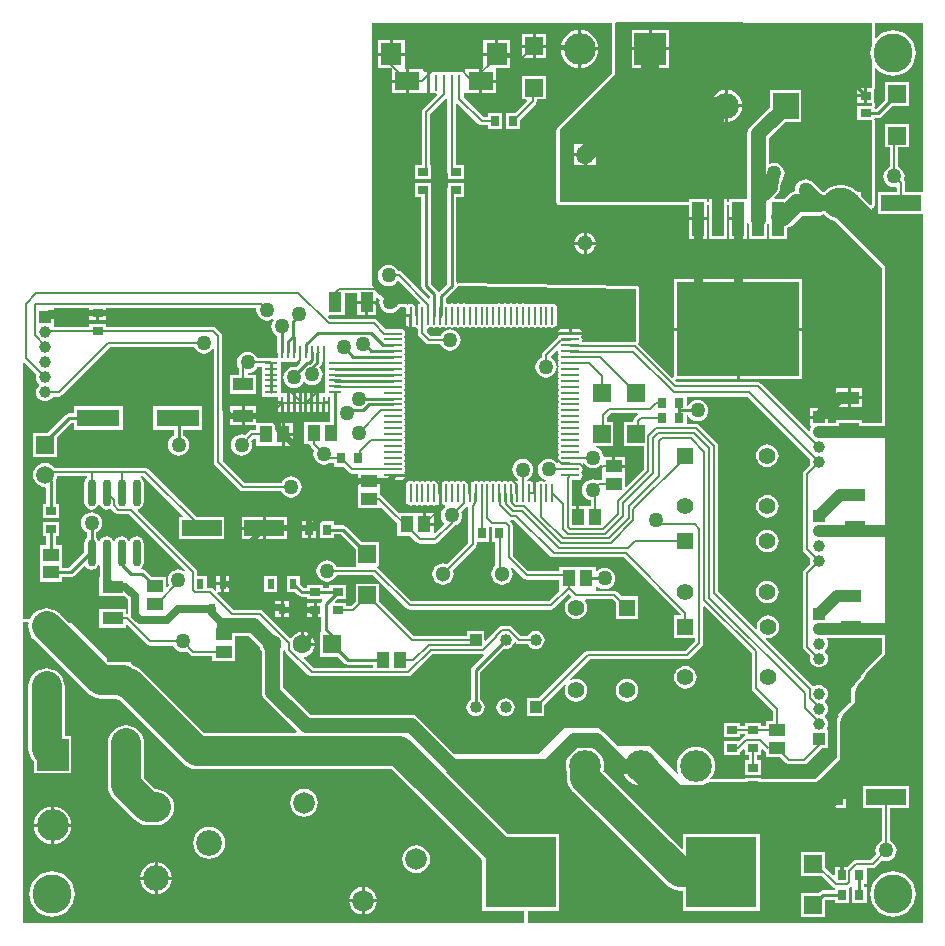
<source format=gtl>
%FSLAX25Y25*%
%MOIN*%
G70*
G01*
G75*
G04 Layer_Physical_Order=1*
G04 Layer_Color=255*
%ADD10R,0.23622X0.23622*%
%ADD11R,0.06693X0.04331*%
%ADD12O,0.00984X0.06102*%
%ADD13O,0.06102X0.00984*%
%ADD14R,0.07087X0.07480*%
%ADD15R,0.00945X0.05315*%
%ADD16R,0.08268X0.06299*%
%ADD17R,0.05512X0.04331*%
%ADD18R,0.04331X0.05512*%
%ADD19R,0.04331X0.06693*%
%ADD20R,0.03937X0.11417*%
%ADD21R,0.40945X0.31496*%
%ADD22R,0.03543X0.02756*%
%ADD23R,0.02756X0.03543*%
%ADD24R,0.02362X0.03347*%
%ADD25R,0.05906X0.05906*%
%ADD26R,0.14370X0.05709*%
%ADD27R,0.13189X0.05315*%
%ADD28O,0.02756X0.09055*%
%ADD29R,0.00984X0.04429*%
%ADD30R,0.04429X0.00984*%
%ADD31C,0.06000*%
%ADD32C,0.04000*%
%ADD33C,0.01000*%
%ADD34C,0.00800*%
%ADD35C,0.10000*%
%ADD36C,0.03000*%
%ADD37C,0.00700*%
%ADD38C,0.05000*%
%ADD39C,0.02500*%
%ADD40C,0.02000*%
%ADD41R,0.03937X0.03937*%
%ADD42C,0.03937*%
%ADD43R,0.06693X0.06693*%
%ADD44C,0.06693*%
%ADD45C,0.05118*%
%ADD46C,0.05906*%
%ADD47R,0.06299X0.06299*%
%ADD48C,0.06299*%
%ADD49C,0.10600*%
%ADD50R,0.10600X0.10600*%
%ADD51R,0.05118X0.05118*%
%ADD52C,0.05118*%
%ADD53R,0.08600X0.08600*%
%ADD54C,0.08600*%
%ADD55C,0.07200*%
%ADD56R,0.10600X0.10600*%
%ADD57R,0.03976X0.03976*%
%ADD58C,0.03976*%
%ADD59C,0.05500*%
%ADD60R,0.05500X0.05500*%
%ADD61R,0.05500X0.05500*%
%ADD62C,0.05000*%
%ADD63C,0.12992*%
G36*
X204480Y211598D02*
Y194500D01*
X204558Y194110D01*
X204558Y194110D01*
X204558Y194110D01*
X204565Y194079D01*
X204217Y193720D01*
X204141Y193735D01*
X186918D01*
X186601Y194122D01*
X186706Y194653D01*
X186591Y195236D01*
X186322Y195638D01*
X186591Y196040D01*
X186607Y196122D01*
X185452D01*
X185185Y196175D01*
X180067D01*
X179800Y196122D01*
X178645D01*
X178661Y196040D01*
X178673Y196023D01*
X178575Y195533D01*
X178357Y195387D01*
X173491Y190521D01*
X173181Y190057D01*
X173073Y189511D01*
X173073Y189511D01*
Y188697D01*
X172735Y188557D01*
X172004Y187996D01*
X171443Y187265D01*
X171090Y186414D01*
X170970Y185500D01*
X171090Y184586D01*
X171443Y183735D01*
X172004Y183004D01*
X172735Y182443D01*
X173586Y182090D01*
X174500Y181970D01*
X175414Y182090D01*
X176265Y182443D01*
X176996Y183004D01*
X177557Y183735D01*
X177910Y184586D01*
X178030Y185500D01*
X177910Y186414D01*
X177557Y187265D01*
X176996Y187996D01*
X176265Y188557D01*
X176186Y188590D01*
X176088Y189081D01*
X178141Y191133D01*
X178582Y190897D01*
X178546Y190717D01*
X178661Y190134D01*
X178930Y189732D01*
X178661Y189330D01*
X178546Y188748D01*
X178661Y188166D01*
X178930Y187764D01*
X178661Y187362D01*
X178546Y186779D01*
X178661Y186197D01*
X178930Y185795D01*
X178661Y185393D01*
X178546Y184811D01*
X178661Y184229D01*
X178930Y183827D01*
X178661Y183425D01*
X178546Y182843D01*
X178661Y182260D01*
X178930Y181858D01*
X178661Y181456D01*
X178546Y180874D01*
X178661Y180292D01*
X178930Y179890D01*
X178661Y179488D01*
X178546Y178905D01*
X178661Y178323D01*
X178930Y177921D01*
X178661Y177519D01*
X178546Y176937D01*
X178661Y176355D01*
X178930Y175953D01*
X178661Y175551D01*
X178546Y174969D01*
X178661Y174386D01*
X178930Y173984D01*
X178661Y173582D01*
X178546Y173000D01*
X178661Y172418D01*
X178930Y172016D01*
X178661Y171614D01*
X178546Y171031D01*
X178661Y170449D01*
X178930Y170047D01*
X178661Y169645D01*
X178546Y169063D01*
X178661Y168481D01*
X178930Y168079D01*
X178661Y167677D01*
X178546Y167095D01*
X178661Y166512D01*
X178930Y166110D01*
X178661Y165708D01*
X178546Y165126D01*
X178661Y164544D01*
X178930Y164142D01*
X178661Y163740D01*
X178546Y163157D01*
X178661Y162575D01*
X178930Y162173D01*
X178661Y161771D01*
X178546Y161189D01*
X178661Y160607D01*
X178930Y160205D01*
X178661Y159803D01*
X178546Y159221D01*
X178661Y158638D01*
X178930Y158236D01*
X178661Y157834D01*
X178546Y157252D01*
X178661Y156670D01*
X178930Y156268D01*
X178661Y155866D01*
X178546Y155283D01*
X178661Y154701D01*
X178930Y154299D01*
X178661Y153897D01*
X178602Y153601D01*
X178115Y153487D01*
X177843Y153843D01*
X177112Y154404D01*
X176260Y154756D01*
X175347Y154877D01*
X174433Y154756D01*
X173581Y154404D01*
X172850Y153843D01*
X172289Y153112D01*
X171937Y152260D01*
X171816Y151347D01*
X171937Y150433D01*
X172289Y149581D01*
X172850Y148850D01*
X173581Y148289D01*
X174433Y147937D01*
X174503Y147927D01*
X174519Y147428D01*
X174071Y147339D01*
X173669Y147070D01*
X173267Y147339D01*
X172685Y147454D01*
X172103Y147339D01*
X171701Y147070D01*
X171299Y147339D01*
X171216Y147355D01*
Y146200D01*
X171163Y145933D01*
Y143374D01*
X170217D01*
Y147355D01*
X170134Y147339D01*
X169732Y147070D01*
X169330Y147339D01*
X168748Y147454D01*
X168594Y147424D01*
X168306Y147659D01*
X168380Y148154D01*
X168545Y148222D01*
X169276Y148783D01*
X169837Y149514D01*
X170189Y150366D01*
X170310Y151279D01*
X170189Y152193D01*
X169837Y153045D01*
X169276Y153776D01*
X168545Y154337D01*
X167693Y154689D01*
X166779Y154810D01*
X165866Y154689D01*
X165014Y154337D01*
X164283Y153776D01*
X163722Y153045D01*
X163370Y152193D01*
X163249Y151279D01*
X163370Y150366D01*
X163722Y149514D01*
X164283Y148783D01*
X165014Y148222D01*
X165179Y148154D01*
X165253Y147659D01*
X164966Y147424D01*
X164811Y147454D01*
X164229Y147339D01*
X163827Y147070D01*
X163425Y147339D01*
X162843Y147454D01*
X162260Y147339D01*
X161858Y147070D01*
X161456Y147339D01*
X160874Y147454D01*
X160292Y147339D01*
X159890Y147070D01*
X159488Y147339D01*
X158905Y147454D01*
X158323Y147339D01*
X157921Y147070D01*
X157519Y147339D01*
X156937Y147454D01*
X156355Y147339D01*
X155953Y147070D01*
X155551Y147339D01*
X154969Y147454D01*
X154386Y147339D01*
X153984Y147070D01*
X153582Y147339D01*
X153000Y147454D01*
X152418Y147339D01*
X152016Y147070D01*
X151614Y147339D01*
X151031Y147454D01*
X150449Y147339D01*
X150047Y147070D01*
X149645Y147339D01*
X149563Y147355D01*
Y146200D01*
X149510Y145933D01*
Y143374D01*
X148616D01*
Y145933D01*
X148563Y146200D01*
Y147355D01*
X148481Y147339D01*
X148079Y147070D01*
X147677Y147339D01*
X147095Y147454D01*
X146512Y147339D01*
X146110Y147070D01*
X145708Y147339D01*
X145126Y147454D01*
X144544Y147339D01*
X144142Y147070D01*
X143740Y147339D01*
X143157Y147454D01*
X142575Y147339D01*
X142173Y147070D01*
X141771Y147339D01*
X141189Y147454D01*
X140607Y147339D01*
X140205Y147070D01*
X139803Y147339D01*
X139720Y147355D01*
Y146200D01*
X139667Y145933D01*
Y143374D01*
Y140815D01*
X139720Y140548D01*
Y139393D01*
X139803Y139409D01*
X140205Y139678D01*
X140607Y139409D01*
X140876Y139356D01*
X140989Y138869D01*
X140504Y138496D01*
X139943Y137765D01*
X139590Y136914D01*
X139470Y136000D01*
X139590Y135086D01*
X139943Y134235D01*
X140504Y133504D01*
X140533Y133052D01*
X137580Y130099D01*
X137118Y130290D01*
Y132500D01*
X133953D01*
Y133000D01*
X133453D01*
Y136756D01*
X125597D01*
X119797Y142557D01*
X119333Y142866D01*
X119256Y142881D01*
Y144287D01*
Y146953D01*
X111744D01*
Y144287D01*
Y138382D01*
X119256D01*
Y138407D01*
X119718Y138598D01*
X124882Y133434D01*
Y129244D01*
X129072D01*
X131325Y126991D01*
X131325Y126991D01*
X131788Y126681D01*
X132334Y126573D01*
X137500D01*
X137500Y126573D01*
X138046Y126681D01*
X138509Y126991D01*
X144009Y132491D01*
X144009Y132491D01*
X144138Y132683D01*
X144765Y132943D01*
X145496Y133504D01*
X146057Y134235D01*
X146410Y135086D01*
X146530Y136000D01*
X146410Y136914D01*
X146270Y137251D01*
X148104Y139085D01*
X148104Y139085D01*
X148573Y138772D01*
Y126934D01*
X141454Y119815D01*
X141087Y119967D01*
X140157Y120090D01*
X139228Y119967D01*
X138363Y119609D01*
X137619Y119038D01*
X137049Y118295D01*
X136690Y117429D01*
X136568Y116500D01*
X136690Y115571D01*
X137049Y114705D01*
X137619Y113962D01*
X138363Y113391D01*
X139228Y113033D01*
X140157Y112910D01*
X141087Y113033D01*
X141952Y113391D01*
X142696Y113962D01*
X143266Y114705D01*
X143625Y115571D01*
X143747Y116500D01*
X143625Y117429D01*
X143473Y117797D01*
X151009Y125333D01*
X151009Y125333D01*
X151319Y125796D01*
X151427Y126342D01*
X151427Y126343D01*
Y127228D01*
X155425D01*
Y132004D01*
X155866Y132240D01*
X155954Y132181D01*
X156500Y132073D01*
X156575Y131699D01*
Y127228D01*
X157573D01*
Y119244D01*
X157304Y119038D01*
X156734Y118295D01*
X156375Y117429D01*
X156253Y116500D01*
X156375Y115571D01*
X156734Y114705D01*
X157304Y113962D01*
X158048Y113391D01*
X158913Y113033D01*
X159843Y112910D01*
X160772Y113033D01*
X161637Y113391D01*
X162381Y113962D01*
X162951Y114705D01*
X163310Y115571D01*
X163432Y116500D01*
X163310Y117429D01*
X162951Y118295D01*
X162854Y118422D01*
X163230Y118751D01*
X166991Y114991D01*
X166991Y114991D01*
X167268Y114805D01*
X167454Y114681D01*
X168000Y114573D01*
X168000Y114573D01*
X178882D01*
Y111244D01*
X178882Y111244D01*
X178882D01*
X179010Y110934D01*
X175503Y107427D01*
X129591D01*
X118509Y118509D01*
X118238Y118691D01*
X118383Y119169D01*
X118905D01*
Y127075D01*
X113163D01*
X107924Y132314D01*
X107428Y132645D01*
X106843Y132762D01*
X103831D01*
Y134004D01*
X99075D01*
Y128461D01*
X103831D01*
Y129703D01*
X106209D01*
X111000Y124912D01*
Y119281D01*
X111000Y119281D01*
X111000D01*
X111000Y119169D01*
X110758Y118927D01*
X104697D01*
X104557Y119265D01*
X103996Y119996D01*
X103265Y120557D01*
X102414Y120910D01*
X101500Y121030D01*
X100586Y120910D01*
X99735Y120557D01*
X99004Y119996D01*
X98443Y119265D01*
X98090Y118414D01*
X97970Y117500D01*
X98090Y116586D01*
X98443Y115735D01*
X99004Y115004D01*
X99735Y114443D01*
X100586Y114090D01*
X101500Y113970D01*
X102414Y114090D01*
X103265Y114443D01*
X103996Y115004D01*
X104557Y115735D01*
X104697Y116073D01*
X116909D01*
X127991Y104991D01*
X127991Y104991D01*
X128454Y104681D01*
X128454Y104681D01*
X128454Y104681D01*
D01*
X128454Y104681D01*
X128454Y104681D01*
X129000Y104573D01*
X129000Y104573D01*
X176094D01*
X176094Y104573D01*
X176641Y104681D01*
X177104Y104991D01*
X182047Y109934D01*
X182879Y109102D01*
X182781Y108612D01*
X182644Y108555D01*
X181861Y107954D01*
X181260Y107171D01*
X180882Y106258D01*
X180753Y105280D01*
X180882Y104301D01*
X181260Y103388D01*
X181861Y102605D01*
X182644Y102004D01*
X183556Y101626D01*
X184535Y101497D01*
X185514Y101626D01*
X186427Y102004D01*
X187210Y102605D01*
X187811Y103388D01*
X188189Y104301D01*
X188318Y105280D01*
X188189Y106258D01*
X187811Y107171D01*
X187463Y107624D01*
X187684Y108073D01*
X196653D01*
X197715Y107011D01*
Y101530D01*
X205215D01*
Y109029D01*
X199733D01*
X198253Y110509D01*
X197790Y110819D01*
X197244Y110927D01*
X197244Y110927D01*
X191118D01*
Y111244D01*
X191118D01*
Y112234D01*
X191567Y112456D01*
X192235Y111943D01*
X193086Y111590D01*
X194000Y111470D01*
X194914Y111590D01*
X195765Y111943D01*
X196496Y112504D01*
X197057Y113235D01*
X197410Y114086D01*
X197530Y115000D01*
X197410Y115914D01*
X197057Y116765D01*
X196496Y117496D01*
X195765Y118057D01*
X194914Y118410D01*
X194000Y118530D01*
X193086Y118410D01*
X192235Y118057D01*
X191567Y117544D01*
X191118Y117766D01*
Y118756D01*
X178882D01*
Y117427D01*
X168591D01*
X163427Y122591D01*
Y132500D01*
X163319Y133046D01*
X163195Y133232D01*
X163009Y133509D01*
X163009Y133509D01*
X162443Y134075D01*
X162679Y134516D01*
X162785Y134495D01*
X162785Y134495D01*
X163986D01*
X175991Y122491D01*
X175991Y122491D01*
X176268Y122305D01*
X176454Y122181D01*
X177000Y122073D01*
X200409D01*
X219340Y103141D01*
X219149Y102679D01*
X217191D01*
Y95179D01*
X224073D01*
Y94091D01*
X220909Y90927D01*
X188500D01*
X188500Y90927D01*
X187954Y90819D01*
X187491Y90509D01*
X187491Y90509D01*
X171969Y74988D01*
X168012D01*
Y69012D01*
X173988D01*
Y72970D01*
X180799Y79780D01*
X181214Y79502D01*
X180882Y78699D01*
X180753Y77720D01*
X180882Y76741D01*
X181260Y75829D01*
X181861Y75046D01*
X182644Y74445D01*
X183556Y74067D01*
X184535Y73938D01*
X185514Y74067D01*
X186427Y74445D01*
X187210Y75046D01*
X187811Y75829D01*
X188189Y76741D01*
X188318Y77720D01*
X188189Y78699D01*
X187811Y79612D01*
X187210Y80395D01*
X186427Y80996D01*
X185514Y81374D01*
X184535Y81503D01*
X183556Y81374D01*
X182754Y81041D01*
X182476Y81457D01*
X189091Y88073D01*
X221500D01*
X221500Y88073D01*
X222046Y88181D01*
X222509Y88491D01*
X226509Y92491D01*
X226509Y92491D01*
X226695Y92768D01*
X226819Y92954D01*
X226927Y93500D01*
Y105638D01*
X227389Y105829D01*
X243073Y90146D01*
Y78500D01*
X243073Y78500D01*
X243181Y77954D01*
X243491Y77491D01*
X250073Y70909D01*
Y67618D01*
X247744D01*
Y65880D01*
X246272D01*
Y66831D01*
X240728D01*
Y65880D01*
X239272D01*
Y66831D01*
X233728D01*
Y62075D01*
X239272D01*
Y63025D01*
X240728D01*
Y62453D01*
X240685Y62444D01*
X240500Y62320D01*
X240222Y62135D01*
X240222Y62134D01*
X239013Y60925D01*
X233728D01*
Y56169D01*
X239272D01*
Y57277D01*
X239663Y57538D01*
X240266Y58142D01*
X240728Y57950D01*
Y56169D01*
X242073D01*
Y54331D01*
X240728D01*
Y49575D01*
X246272D01*
Y54331D01*
X244927D01*
Y56169D01*
X246272D01*
Y57950D01*
X246734Y58142D01*
X247337Y57538D01*
X247744Y57266D01*
Y55382D01*
X252647D01*
X254538Y53491D01*
X254538Y53491D01*
X255001Y53181D01*
X255001Y53181D01*
X255001Y53181D01*
D01*
X255001Y53181D01*
X255001Y53181D01*
X255547Y53073D01*
X255547Y53073D01*
X260500D01*
X260500Y53073D01*
X261046Y53181D01*
X261509Y53491D01*
X266509Y58491D01*
X266509Y58491D01*
X266537Y58531D01*
X268468D01*
Y64468D01*
X268248D01*
X268027Y64917D01*
X268093Y65003D01*
X268392Y65725D01*
X268494Y66500D01*
X268392Y67275D01*
X268093Y67997D01*
X267617Y68617D01*
X267444Y68750D01*
Y69250D01*
X267617Y69383D01*
X268093Y70003D01*
X268392Y70725D01*
X268494Y71500D01*
X268392Y72275D01*
X268093Y72997D01*
X267617Y73617D01*
X267444Y73750D01*
Y74250D01*
X267617Y74383D01*
X268093Y75003D01*
X268392Y75725D01*
X268494Y76500D01*
X268392Y77275D01*
X268093Y77997D01*
X267617Y78617D01*
X266997Y79093D01*
X266275Y79392D01*
X265500Y79494D01*
X264725Y79392D01*
X264003Y79093D01*
X263893Y79009D01*
X263400Y79090D01*
X263341Y79178D01*
X263341Y79178D01*
X247751Y94768D01*
X247972Y95216D01*
X248500Y95147D01*
X249479Y95276D01*
X250391Y95653D01*
X251174Y96255D01*
X251776Y97038D01*
X252153Y97950D01*
X252282Y98929D01*
X252153Y99908D01*
X251776Y100820D01*
X251174Y101604D01*
X250391Y102205D01*
X249479Y102583D01*
X248500Y102711D01*
X247521Y102583D01*
X246609Y102205D01*
X245826Y101604D01*
X245224Y100820D01*
X244847Y99908D01*
X244718Y98929D01*
X244787Y98401D01*
X244339Y98180D01*
X231927Y110591D01*
Y159145D01*
X231927Y159145D01*
X231819Y159691D01*
X231509Y160154D01*
X231509Y160154D01*
X225640Y166024D01*
X225177Y166333D01*
X224630Y166442D01*
X224630Y166442D01*
X221331D01*
Y169471D01*
X221845D01*
X221943Y169235D01*
X222504Y168504D01*
X223235Y167943D01*
X224086Y167590D01*
X225000Y167470D01*
X225914Y167590D01*
X226765Y167943D01*
X227496Y168504D01*
X228057Y169235D01*
X228410Y170086D01*
X228530Y171000D01*
X228410Y171914D01*
X228057Y172765D01*
X227496Y173496D01*
X226765Y174057D01*
X225914Y174410D01*
X225000Y174530D01*
X224086Y174410D01*
X223235Y174057D01*
X222504Y173496D01*
X221943Y172765D01*
X221845Y172529D01*
X221331D01*
Y175624D01*
X241745D01*
X262658Y154710D01*
X262608Y154590D01*
X262506Y153815D01*
X262608Y153040D01*
X262658Y152919D01*
X260527Y150788D01*
X260228Y150342D01*
X260123Y149815D01*
X260123Y149815D01*
X260123D01*
X260123Y149815D01*
X260123D01*
Y124815D01*
X260123Y124815D01*
X260123D01*
X260228Y124288D01*
X260527Y123842D01*
X262658Y121711D01*
X262608Y121590D01*
X262506Y120815D01*
X262608Y120040D01*
X262658Y119919D01*
X260527Y117788D01*
X260228Y117342D01*
X260123Y116815D01*
X260123Y116815D01*
X260123D01*
X260123Y116815D01*
X260123D01*
Y92315D01*
X260123Y92315D01*
X260123D01*
X260228Y91788D01*
X260527Y91342D01*
X262658Y89210D01*
X262608Y89090D01*
X262506Y88315D01*
X262608Y87540D01*
X262907Y86818D01*
X263383Y86198D01*
X264003Y85722D01*
X264725Y85423D01*
X265500Y85321D01*
X266275Y85423D01*
X266997Y85722D01*
X267617Y86198D01*
X268093Y86818D01*
X268392Y87540D01*
X268494Y88315D01*
X268392Y89090D01*
X268093Y89812D01*
X267617Y90432D01*
X267444Y90565D01*
Y91065D01*
X267617Y91198D01*
X268093Y91818D01*
X268392Y92540D01*
X268494Y93315D01*
X268392Y94090D01*
X268093Y94812D01*
X268071Y94841D01*
X268292Y95289D01*
X275685D01*
X275842Y95310D01*
X276000Y95289D01*
X286471D01*
Y89997D01*
X280771Y84298D01*
X280022Y83384D01*
X279465Y82342D01*
X279342Y81937D01*
X278237Y80832D01*
X277487Y79919D01*
X276991Y78991D01*
X276000Y78000D01*
Y73526D01*
X275974Y73500D01*
X275500D01*
X271500Y69500D01*
X272000Y69000D01*
Y68938D01*
X271930Y68807D01*
X271587Y67676D01*
X271471Y66500D01*
X271471Y66500D01*
X271471D01*
X271471Y66500D01*
X271471D01*
Y55135D01*
X271336Y55000D01*
X271000D01*
X264029Y48029D01*
X246272D01*
Y48425D01*
X240728D01*
Y48029D01*
X229984D01*
X229547Y47986D01*
X229311Y48427D01*
X229767Y48983D01*
X230352Y50077D01*
X230713Y51265D01*
X230834Y52500D01*
X230713Y53735D01*
X230352Y54923D01*
X229767Y56017D01*
X228980Y56976D01*
X228021Y57764D01*
X226926Y58349D01*
X225739Y58709D01*
X224504Y58830D01*
X223269Y58709D01*
X222081Y58349D01*
X220987Y57764D01*
X220028Y56976D01*
X219240Y56017D01*
X218655Y54923D01*
X218295Y53735D01*
X218174Y52500D01*
X218295Y51265D01*
X218655Y50077D01*
X218694Y50006D01*
X218292Y49708D01*
X209000Y59000D01*
X198434D01*
X193637Y63796D01*
X192906Y64357D01*
X192456Y64543D01*
X192000Y65000D01*
X180500D01*
X172000Y56500D01*
X143992D01*
X131996Y68496D01*
X131265Y69057D01*
X130414Y69410D01*
X129500Y69530D01*
X95962D01*
X86790Y78702D01*
Y90784D01*
X86884Y90907D01*
X86998Y91182D01*
X87496Y91133D01*
X87591Y90652D01*
X87901Y90189D01*
X95323Y82767D01*
X95323Y82767D01*
X95786Y82458D01*
X95786Y82458D01*
X95786Y82458D01*
D01*
X95786Y82458D01*
X95786Y82458D01*
X96332Y82349D01*
X96332Y82349D01*
X128568D01*
X128568Y82349D01*
X129114Y82458D01*
X129577Y82767D01*
X136695Y89884D01*
X153485D01*
X153485Y89884D01*
X153560Y89899D01*
X153795Y89458D01*
X149919Y85581D01*
X149587Y85085D01*
X149471Y84500D01*
Y74593D01*
X148869Y74131D01*
X148390Y73507D01*
X148089Y72780D01*
X147986Y72000D01*
X148089Y71220D01*
X148390Y70493D01*
X148869Y69869D01*
X149493Y69390D01*
X150220Y69089D01*
X151000Y68986D01*
X151780Y69089D01*
X152507Y69390D01*
X153131Y69869D01*
X153610Y70493D01*
X153911Y71220D01*
X154014Y72000D01*
X153911Y72780D01*
X153610Y73507D01*
X153131Y74131D01*
X152529Y74593D01*
Y83867D01*
X160248Y91585D01*
X161000Y91486D01*
X161780Y91589D01*
X162507Y91890D01*
X163131Y92369D01*
X163610Y92993D01*
X163844Y93558D01*
X164335Y93656D01*
X164499Y93491D01*
X164499Y93491D01*
X164777Y93305D01*
X164962Y93181D01*
X165509Y93073D01*
X165509Y93073D01*
X168357D01*
X168390Y92993D01*
X168869Y92369D01*
X169493Y91890D01*
X170220Y91589D01*
X171000Y91486D01*
X171780Y91589D01*
X172507Y91890D01*
X173131Y92369D01*
X173610Y92993D01*
X173911Y93720D01*
X174014Y94500D01*
X173911Y95280D01*
X173610Y96007D01*
X173131Y96631D01*
X172507Y97110D01*
X171780Y97411D01*
X171000Y97514D01*
X170220Y97411D01*
X169493Y97110D01*
X168869Y96631D01*
X168390Y96007D01*
X168357Y95927D01*
X166100D01*
X163330Y98698D01*
X162867Y99007D01*
X162321Y99116D01*
X162320Y99116D01*
X159679D01*
X159679Y99116D01*
X159133Y99007D01*
X158670Y98698D01*
X158670Y98698D01*
X156802Y96830D01*
X156493Y96367D01*
X156486Y96331D01*
X154450Y94295D01*
X153988Y94487D01*
Y97488D01*
X148012D01*
Y95927D01*
X130386D01*
X118905Y107408D01*
Y113295D01*
X111000D01*
Y107408D01*
X109566Y105975D01*
X107772D01*
Y106925D01*
X104289D01*
X104097Y107387D01*
X104785Y108075D01*
X107772D01*
Y112831D01*
X102228D01*
Y111982D01*
X100272D01*
Y112831D01*
X94728D01*
Y111982D01*
X93653D01*
X92421Y113214D01*
Y115905D01*
X88059D01*
Y110559D01*
X90750D01*
X91938Y109371D01*
X91938Y109371D01*
X91938D01*
X91938Y109371D01*
X91938D01*
X91938Y109371D01*
Y109371D01*
Y109371D01*
D01*
D01*
X91938D01*
Y109371D01*
X92434Y109040D01*
X93020Y108923D01*
X94728D01*
Y108075D01*
X99806D01*
X99997Y107613D01*
X99919Y107534D01*
X99587Y107038D01*
X99565Y106925D01*
X98000D01*
Y104547D01*
Y102169D01*
X99471D01*
Y98000D01*
X99563Y97536D01*
X99246Y97150D01*
X99110D01*
Y88850D01*
X105247D01*
X107446Y86651D01*
X107942Y86319D01*
X108528Y86203D01*
X116835D01*
Y85204D01*
X96924D01*
X93706Y88421D01*
X93867Y88894D01*
X94343Y88957D01*
X95353Y89375D01*
X96219Y90040D01*
X96885Y90907D01*
X97303Y91917D01*
X97379Y92500D01*
X93260D01*
Y93000D01*
X92760D01*
Y97120D01*
X92177Y97043D01*
X91167Y96625D01*
X90300Y95960D01*
X89737Y95225D01*
X89238Y95192D01*
X80221Y104209D01*
X79757Y104519D01*
X79211Y104627D01*
X79211Y104627D01*
X70413D01*
X64944Y110097D01*
X65135Y110559D01*
X66240D01*
Y112732D01*
X64559D01*
Y111135D01*
X64097Y110944D01*
X63672Y111368D01*
X63209Y111678D01*
X62663Y111786D01*
X62663Y111786D01*
X61441D01*
Y115905D01*
X58306D01*
Y117121D01*
X58197Y117667D01*
X57888Y118131D01*
X57888Y118131D01*
X38420Y137599D01*
X38565Y138078D01*
X38928Y138150D01*
X39714Y138675D01*
X40240Y139462D01*
X40424Y140390D01*
Y146689D01*
X40240Y147617D01*
X39714Y148403D01*
X39429Y148594D01*
X39574Y149073D01*
X40314D01*
X53535Y135852D01*
X53344Y135390D01*
X52079D01*
Y128075D01*
X67268D01*
Y135390D01*
X58034D01*
X41915Y151509D01*
X41452Y151819D01*
X40905Y151927D01*
X40905Y151927D01*
X10620D01*
X10319Y152319D01*
X9493Y152953D01*
X8532Y153351D01*
X7500Y153487D01*
X6468Y153351D01*
X5507Y152953D01*
X4681Y152319D01*
X4047Y151493D01*
X3649Y150532D01*
X3513Y149500D01*
X3649Y148468D01*
X4047Y147507D01*
X4681Y146681D01*
X5507Y146047D01*
X6468Y145649D01*
X7500Y145513D01*
X7595Y145526D01*
X7971Y145196D01*
Y139831D01*
X6728D01*
Y135075D01*
X12272D01*
Y139831D01*
X11029D01*
Y147500D01*
X11006Y147617D01*
X11004Y147629D01*
X11351Y148468D01*
X11431Y149073D01*
X21426D01*
X21571Y148594D01*
X21286Y148403D01*
X20760Y147617D01*
X20575Y146689D01*
Y140390D01*
X20760Y139462D01*
X21286Y138675D01*
X22072Y138150D01*
X23000Y137965D01*
X23928Y138150D01*
X24714Y138675D01*
X25240Y139462D01*
X25250Y139512D01*
X25750D01*
X25760Y139462D01*
X26286Y138675D01*
X27072Y138150D01*
X28000Y137965D01*
X28928Y138150D01*
X29227Y138350D01*
X29413Y138313D01*
X30923Y136802D01*
X30923Y136802D01*
X31386Y136493D01*
X31932Y136384D01*
X31932Y136384D01*
X35597D01*
X54050Y117931D01*
X53720Y117555D01*
X53718Y117557D01*
X52866Y117910D01*
X51953Y118030D01*
X51039Y117910D01*
X50188Y117557D01*
X49457Y116996D01*
X48895Y116265D01*
X48543Y115414D01*
X48423Y114500D01*
X48543Y113586D01*
X48891Y112745D01*
X48218Y112071D01*
X47756Y112262D01*
Y115618D01*
X42998D01*
X41034Y117581D01*
X40538Y117913D01*
X39953Y118029D01*
X39727D01*
X39582Y118508D01*
X39714Y118597D01*
X40240Y119383D01*
X40424Y120311D01*
Y126610D01*
X40240Y127538D01*
X39714Y128325D01*
X38928Y128850D01*
X38000Y129035D01*
X37072Y128850D01*
X36286Y128325D01*
X35760Y127538D01*
X35750Y127488D01*
X35250D01*
X35240Y127538D01*
X34714Y128325D01*
X33928Y128850D01*
X33000Y129035D01*
X32072Y128850D01*
X31286Y128325D01*
X30760Y127538D01*
X30750Y127488D01*
X30250D01*
X30240Y127538D01*
X29714Y128325D01*
X28928Y128850D01*
X28000Y129035D01*
X27072Y128850D01*
X26286Y128325D01*
X25760Y127538D01*
X25750Y127488D01*
X25250D01*
X25240Y127538D01*
X24714Y128325D01*
X24529Y128448D01*
Y130345D01*
X24765Y130443D01*
X25496Y131004D01*
X26057Y131735D01*
X26410Y132586D01*
X26530Y133500D01*
X26410Y134414D01*
X26057Y135265D01*
X25496Y135996D01*
X24765Y136557D01*
X23914Y136910D01*
X23000Y137030D01*
X22086Y136910D01*
X21235Y136557D01*
X20504Y135996D01*
X19943Y135265D01*
X19590Y134414D01*
X19470Y133500D01*
X19590Y132586D01*
X19943Y131735D01*
X20504Y131004D01*
X21235Y130443D01*
X21471Y130345D01*
Y128448D01*
X21286Y128325D01*
X20760Y127538D01*
X20575Y126610D01*
Y123738D01*
X15414Y118577D01*
X13256D01*
Y119787D01*
Y126118D01*
X11029D01*
Y129169D01*
X12272D01*
Y133925D01*
X6728D01*
Y129169D01*
X7971D01*
Y126118D01*
X5744D01*
Y119787D01*
Y113882D01*
X13256D01*
Y115518D01*
X16047D01*
X16633Y115634D01*
X17129Y115966D01*
X17129Y115966D01*
X17129Y115966D01*
X20396Y119233D01*
X20893Y119184D01*
X21286Y118597D01*
X22072Y118071D01*
X23000Y117886D01*
X23928Y118071D01*
X24714Y118597D01*
X25227Y119364D01*
X25706Y119219D01*
Y115480D01*
X25654D01*
Y109150D01*
X34106D01*
X35206Y108050D01*
Y103404D01*
X34850Y103112D01*
X34850Y103112D01*
X34346D01*
Y104850D01*
X25654D01*
Y98520D01*
X34346D01*
Y99517D01*
X34808Y99708D01*
X41526Y92991D01*
X41526Y92991D01*
X41989Y92681D01*
X41989Y92681D01*
X41989Y92681D01*
D01*
X41989Y92681D01*
X41989Y92681D01*
X42535Y92573D01*
X42535Y92573D01*
X50303D01*
X50443Y92235D01*
X51004Y91504D01*
X51735Y90943D01*
X52586Y90590D01*
X53500Y90470D01*
X54414Y90590D01*
X54751Y90730D01*
X55943Y89538D01*
X56406Y89228D01*
X56953Y89120D01*
X56953Y89120D01*
X63244D01*
Y87382D01*
X70756D01*
Y93287D01*
Y95970D01*
X75298D01*
X79197Y92071D01*
X79217Y91917D01*
X79635Y90907D01*
X79730Y90784D01*
Y77240D01*
X79730Y77240D01*
X79730D01*
X79850Y76327D01*
X80203Y75475D01*
X80764Y74744D01*
X91517Y63991D01*
X91325Y63529D01*
X60497D01*
X39763Y84263D01*
X38849Y85013D01*
X37807Y85570D01*
X37144Y85771D01*
X36849Y86013D01*
X36483Y86209D01*
X36000Y87000D01*
X33795D01*
X33500Y87029D01*
X28497D01*
X28000Y87526D01*
Y88500D01*
X16371Y100129D01*
X15397D01*
X12347Y103180D01*
Y103347D01*
X12162D01*
X11349Y104013D01*
X10307Y104570D01*
X9176Y104913D01*
X8000Y105029D01*
X6824Y104913D01*
X5693Y104570D01*
X4651Y104013D01*
X3838Y103347D01*
X3653D01*
Y103162D01*
X2987Y102349D01*
X2888Y102164D01*
X2342Y101348D01*
X2182Y101422D01*
X2182Y101422D01*
X2182Y101422D01*
X2179Y101423D01*
X2137Y101442D01*
X2137Y101442D01*
X2137Y101442D01*
X1966Y101476D01*
X1797Y101518D01*
X1771Y101515D01*
X1746Y101520D01*
X0D01*
Y186828D01*
X462Y187019D01*
X4637Y182845D01*
X4608Y182775D01*
X4506Y182000D01*
X4608Y181225D01*
X4907Y180503D01*
X5383Y179883D01*
X5556Y179750D01*
Y179250D01*
X5383Y179117D01*
X4907Y178497D01*
X4608Y177775D01*
X4506Y177000D01*
X4608Y176225D01*
X4907Y175503D01*
X5383Y174883D01*
X6003Y174407D01*
X6725Y174108D01*
X7500Y174006D01*
X8275Y174108D01*
X8997Y174407D01*
X9617Y174883D01*
X10093Y175503D01*
X10122Y175573D01*
X12000D01*
X12000Y175573D01*
X12546Y175681D01*
X13009Y175991D01*
X29091Y192073D01*
X57303D01*
X57443Y191735D01*
X58004Y191004D01*
X58735Y190443D01*
X59586Y190090D01*
X60500Y189970D01*
X61414Y190090D01*
X62265Y190443D01*
X62996Y191004D01*
X63399Y191529D01*
X63873Y191368D01*
Y153700D01*
X63873Y153700D01*
X63981Y153154D01*
X64291Y152691D01*
X72491Y144491D01*
X72491Y144491D01*
X72954Y144181D01*
X72954Y144181D01*
X72954Y144181D01*
D01*
X72954Y144181D01*
X72954Y144181D01*
X73500Y144073D01*
X73500Y144073D01*
X86303D01*
X86443Y143735D01*
X87004Y143004D01*
X87735Y142443D01*
X88586Y142090D01*
X89500Y141970D01*
X90414Y142090D01*
X91265Y142443D01*
X91996Y143004D01*
X92557Y143735D01*
X92910Y144586D01*
X93030Y145500D01*
X92910Y146414D01*
X92557Y147265D01*
X91996Y147996D01*
X91265Y148557D01*
X90414Y148910D01*
X89500Y149030D01*
X88586Y148910D01*
X87735Y148557D01*
X87004Y147996D01*
X86443Y147265D01*
X86303Y146927D01*
X74091D01*
X66727Y154291D01*
Y195700D01*
X66727Y195700D01*
X66727Y195700D01*
Y195700D01*
X66727D01*
X66727Y195700D01*
X66619Y196246D01*
X66495Y196432D01*
X66309Y196709D01*
X66309Y196709D01*
X64509Y198509D01*
X64046Y198819D01*
X63500Y198927D01*
X63500Y198927D01*
X27772D01*
Y199925D01*
X22228D01*
Y198975D01*
X10469D01*
Y199031D01*
X10469D01*
Y201500D01*
X7500D01*
Y202500D01*
X10469D01*
Y204969D01*
D01*
Y204969D01*
X10573Y205073D01*
X22228D01*
Y203953D01*
X27772D01*
Y205073D01*
X77666D01*
X77996Y204697D01*
X77970Y204500D01*
X78090Y203586D01*
X78443Y202735D01*
X79004Y202004D01*
X79735Y201443D01*
X80586Y201090D01*
X81500Y200970D01*
X82414Y201090D01*
X83265Y201443D01*
X83442Y201579D01*
X83796Y201225D01*
X83443Y200765D01*
X83090Y199914D01*
X82970Y199000D01*
X83090Y198086D01*
X83443Y197235D01*
X84004Y196504D01*
X84735Y195943D01*
X84971Y195845D01*
Y190476D01*
X85087Y189891D01*
X85118Y189845D01*
Y188413D01*
X83156D01*
X82968Y188451D01*
X82852Y188427D01*
X78197D01*
X78057Y188765D01*
X77496Y189496D01*
X76765Y190057D01*
X75914Y190410D01*
X75000Y190530D01*
X74086Y190410D01*
X73235Y190057D01*
X72504Y189496D01*
X71943Y188765D01*
X71590Y187914D01*
X71470Y187000D01*
X71590Y186086D01*
X71943Y185235D01*
X72073Y185066D01*
Y182980D01*
X69153D01*
Y176650D01*
X77846D01*
Y182980D01*
X75104D01*
X75072Y183479D01*
X75914Y183590D01*
X76765Y183943D01*
X77496Y184504D01*
X78057Y185235D01*
X78197Y185573D01*
X79754D01*
Y185429D01*
Y183461D01*
Y181492D01*
Y179524D01*
Y177555D01*
Y175587D01*
X82781D01*
X82968Y175549D01*
X83156Y175587D01*
X85118D01*
Y174134D01*
X86610D01*
Y173634D01*
X87110D01*
Y170419D01*
X88079D01*
Y173634D01*
Y176848D01*
X86183D01*
Y177555D01*
Y179524D01*
Y181492D01*
Y183461D01*
Y185429D01*
Y187152D01*
X92461D01*
X92653Y186690D01*
X91378Y185415D01*
X90500Y185530D01*
X89586Y185410D01*
X88735Y185057D01*
X88004Y184496D01*
X87443Y183765D01*
X87090Y182914D01*
X86970Y182000D01*
X87090Y181086D01*
X87443Y180235D01*
X88004Y179504D01*
X88735Y178943D01*
X89586Y178590D01*
X90500Y178470D01*
X91414Y178590D01*
X92265Y178943D01*
X92996Y179504D01*
X93557Y180235D01*
X93592Y180319D01*
X94075Y180449D01*
X94735Y179943D01*
X95586Y179590D01*
X96500Y179470D01*
X97414Y179590D01*
X98265Y179943D01*
X98996Y180504D01*
X99557Y181235D01*
X99910Y182086D01*
X100030Y183000D01*
X99910Y183914D01*
X99557Y184765D01*
X98996Y185496D01*
X98988Y185617D01*
X99342Y185970D01*
X99674Y186467D01*
X99790Y187052D01*
Y187152D01*
X100817D01*
Y185429D01*
Y183461D01*
Y181492D01*
Y179524D01*
Y177555D01*
Y176848D01*
X98921D01*
Y173634D01*
Y170419D01*
X99890D01*
Y173634D01*
X100390D01*
Y174134D01*
X101882D01*
Y175587D01*
X102502D01*
Y167256D01*
X93882D01*
Y159744D01*
X95661D01*
X95728Y159406D01*
X96038Y158943D01*
X97230Y157751D01*
X97090Y157414D01*
X96970Y156500D01*
X97090Y155586D01*
X97443Y154735D01*
X98004Y154004D01*
X98735Y153443D01*
X99586Y153090D01*
X100500Y152970D01*
X101414Y153090D01*
X102265Y153443D01*
X102434Y153573D01*
X103669D01*
Y152228D01*
X106800D01*
X108692Y150337D01*
X109154Y150028D01*
X109701Y149919D01*
X109701Y149919D01*
X111744D01*
Y147953D01*
X119256D01*
Y148164D01*
X119734Y148309D01*
X119739Y148302D01*
X120233Y147972D01*
X120815Y147857D01*
X122874D01*
Y149378D01*
X123374D01*
Y149825D01*
X125933D01*
X126200Y149878D01*
X127355D01*
X127339Y149960D01*
X127070Y150362D01*
X127339Y150764D01*
X127454Y151347D01*
X127339Y151929D01*
X127070Y152331D01*
X127339Y152733D01*
X127454Y153315D01*
X127339Y153897D01*
X127070Y154299D01*
X127339Y154701D01*
X127454Y155283D01*
X127339Y155866D01*
X127070Y156268D01*
X127339Y156670D01*
X127454Y157252D01*
X127339Y157834D01*
X127070Y158236D01*
X127339Y158638D01*
X127454Y159221D01*
X127339Y159803D01*
X127070Y160205D01*
X127339Y160607D01*
X127454Y161189D01*
X127339Y161771D01*
X127070Y162173D01*
X127339Y162575D01*
X127454Y163157D01*
X127339Y163740D01*
X127070Y164142D01*
X127339Y164544D01*
X127454Y165126D01*
X127339Y165708D01*
X127070Y166110D01*
X127339Y166512D01*
X127454Y167095D01*
X127339Y167677D01*
X127070Y168079D01*
X127339Y168481D01*
X127454Y169063D01*
X127339Y169645D01*
X127070Y170047D01*
X127339Y170449D01*
X127454Y171031D01*
X127339Y171614D01*
X127070Y172016D01*
X127339Y172418D01*
X127454Y173000D01*
X127339Y173582D01*
X127070Y173984D01*
X127339Y174386D01*
X127454Y174969D01*
X127339Y175551D01*
X127070Y175953D01*
X127339Y176355D01*
X127454Y176937D01*
X127339Y177519D01*
X127070Y177921D01*
X127339Y178323D01*
X127454Y178905D01*
X127339Y179488D01*
X127070Y179890D01*
X127339Y180292D01*
X127454Y180874D01*
X127339Y181456D01*
X127070Y181858D01*
X127339Y182260D01*
X127454Y182843D01*
X127339Y183425D01*
X127070Y183827D01*
X127339Y184229D01*
X127454Y184811D01*
X127339Y185393D01*
X127070Y185795D01*
X127339Y186197D01*
X127454Y186779D01*
X127339Y187362D01*
X127070Y187764D01*
X127339Y188166D01*
X127454Y188748D01*
X127339Y189330D01*
X127070Y189732D01*
X127339Y190134D01*
X127454Y190717D01*
X127339Y191299D01*
X127070Y191701D01*
X127339Y192103D01*
X127454Y192685D01*
X127339Y193267D01*
X127070Y193669D01*
X127339Y194071D01*
X127454Y194653D01*
X127339Y195236D01*
X127070Y195638D01*
X127339Y196040D01*
X127454Y196622D01*
X127339Y197204D01*
X127009Y197698D01*
X126515Y198028D01*
X125933Y198143D01*
X121119D01*
X118253Y201009D01*
X117790Y201319D01*
X117244Y201427D01*
X117244Y201427D01*
X102591D01*
X101827Y202192D01*
X102018Y202654D01*
X107350D01*
Y210119D01*
X111650D01*
Y207500D01*
X117980D01*
Y208371D01*
X118442Y208563D01*
X119090Y207915D01*
X119090Y207914D01*
X118970Y207000D01*
X119090Y206086D01*
X119443Y205235D01*
X120004Y204504D01*
X120735Y203943D01*
X121586Y203590D01*
X122500Y203470D01*
X123414Y203590D01*
X124265Y203943D01*
X124996Y204504D01*
X125557Y205235D01*
X125697Y205573D01*
X127540D01*
X127857Y205186D01*
X127857Y205185D01*
Y203126D01*
X129378D01*
Y202626D01*
X129825D01*
Y200067D01*
X129878Y199800D01*
Y198645D01*
X129960Y198661D01*
X130362Y198930D01*
X130764Y198661D01*
X131346Y198546D01*
X131501Y198576D01*
X131887Y198259D01*
Y196685D01*
X131887Y196685D01*
X131996Y196139D01*
X132306Y195676D01*
X134491Y193491D01*
X134491Y193491D01*
X134954Y193181D01*
X134954Y193181D01*
X134954Y193181D01*
D01*
X134954Y193181D01*
X134954Y193181D01*
X135500Y193073D01*
X135500Y193073D01*
X139303D01*
X139443Y192735D01*
X140004Y192004D01*
X140735Y191443D01*
X141586Y191090D01*
X142500Y190970D01*
X143414Y191090D01*
X144265Y191443D01*
X144996Y192004D01*
X145557Y192735D01*
X145910Y193586D01*
X146030Y194500D01*
X145910Y195414D01*
X145557Y196265D01*
X144996Y196996D01*
X144265Y197557D01*
X143414Y197910D01*
X142500Y198030D01*
X141586Y197910D01*
X140735Y197557D01*
X140004Y196996D01*
X139443Y196265D01*
X139303Y195927D01*
X136091D01*
X134742Y197276D01*
Y198259D01*
X135129Y198576D01*
X135284Y198546D01*
X135866Y198661D01*
X136268Y198930D01*
X136670Y198661D01*
X137252Y198546D01*
X137834Y198661D01*
X138236Y198930D01*
X138638Y198661D01*
X139220Y198546D01*
X139803Y198661D01*
X140205Y198930D01*
X140607Y198661D01*
X141189Y198546D01*
X141771Y198661D01*
X142173Y198930D01*
X142575Y198661D01*
X143157Y198546D01*
X143740Y198661D01*
X144142Y198930D01*
X144544Y198661D01*
X145126Y198546D01*
X145708Y198661D01*
X146110Y198930D01*
X146512Y198661D01*
X147095Y198546D01*
X147677Y198661D01*
X148079Y198930D01*
X148481Y198661D01*
X149063Y198546D01*
X149645Y198661D01*
X150047Y198930D01*
X150449Y198661D01*
X151031Y198546D01*
X151614Y198661D01*
X152016Y198930D01*
X152418Y198661D01*
X153000Y198546D01*
X153582Y198661D01*
X153984Y198930D01*
X154386Y198661D01*
X154969Y198546D01*
X155551Y198661D01*
X155953Y198930D01*
X156355Y198661D01*
X156937Y198546D01*
X157519Y198661D01*
X157921Y198930D01*
X158323Y198661D01*
X158905Y198546D01*
X159488Y198661D01*
X159890Y198930D01*
X160292Y198661D01*
X160874Y198546D01*
X161456Y198661D01*
X161858Y198930D01*
X162260Y198661D01*
X162843Y198546D01*
X163425Y198661D01*
X163827Y198930D01*
X164229Y198661D01*
X164811Y198546D01*
X165393Y198661D01*
X165795Y198930D01*
X166197Y198661D01*
X166779Y198546D01*
X167362Y198661D01*
X167764Y198930D01*
X168166Y198661D01*
X168748Y198546D01*
X169330Y198661D01*
X169732Y198930D01*
X170134Y198661D01*
X170717Y198546D01*
X171299Y198661D01*
X171701Y198930D01*
X172103Y198661D01*
X172685Y198546D01*
X173267Y198661D01*
X173669Y198930D01*
X174071Y198661D01*
X174653Y198546D01*
X175236Y198661D01*
X175638Y198930D01*
X176040Y198661D01*
X176622Y198546D01*
X177204Y198661D01*
X177698Y198991D01*
X178028Y199485D01*
X178143Y200067D01*
Y205185D01*
X178028Y205767D01*
X177698Y206261D01*
X177204Y206591D01*
X176622Y206706D01*
X176040Y206591D01*
X175638Y206322D01*
X175236Y206591D01*
X174653Y206706D01*
X174071Y206591D01*
X173669Y206322D01*
X173267Y206591D01*
X172685Y206706D01*
X172103Y206591D01*
X171701Y206322D01*
X171299Y206591D01*
X170717Y206706D01*
X170134Y206591D01*
X169732Y206322D01*
X169330Y206591D01*
X168748Y206706D01*
X168166Y206591D01*
X167764Y206322D01*
X167362Y206591D01*
X166779Y206706D01*
X166197Y206591D01*
X165795Y206322D01*
X165393Y206591D01*
X164811Y206706D01*
X164229Y206591D01*
X163827Y206322D01*
X163425Y206591D01*
X162843Y206706D01*
X162260Y206591D01*
X161858Y206322D01*
X161456Y206591D01*
X160874Y206706D01*
X160292Y206591D01*
X159890Y206322D01*
X159488Y206591D01*
X158905Y206706D01*
X158323Y206591D01*
X157921Y206322D01*
X157519Y206591D01*
X156937Y206706D01*
X156355Y206591D01*
X155953Y206322D01*
X155551Y206591D01*
X154969Y206706D01*
X154386Y206591D01*
X153984Y206322D01*
X153582Y206591D01*
X153000Y206706D01*
X152418Y206591D01*
X152016Y206322D01*
X151614Y206591D01*
X151031Y206706D01*
X150449Y206591D01*
X150047Y206322D01*
X149645Y206591D01*
X149063Y206706D01*
X148481Y206591D01*
X148079Y206322D01*
X147677Y206591D01*
X147095Y206706D01*
X146512Y206591D01*
X146110Y206322D01*
X145708Y206591D01*
X145126Y206706D01*
X144544Y206591D01*
X144142Y206322D01*
X143740Y206591D01*
X143157Y206706D01*
X142575Y206591D01*
X142173Y206322D01*
X141771Y206591D01*
X141189Y206706D01*
X141029Y206837D01*
Y208366D01*
X144081Y211419D01*
X144413Y211915D01*
X144413Y211915D01*
X145226Y212321D01*
X204480Y211598D01*
D02*
G37*
G36*
X300000Y243657D02*
X294254D01*
Y246673D01*
X294254Y246673D01*
X294145Y247219D01*
X293836Y247683D01*
X293770Y247749D01*
X293910Y248086D01*
X294030Y249000D01*
X293910Y249914D01*
X293557Y250765D01*
X292996Y251496D01*
X292265Y252057D01*
X291927Y252197D01*
Y258658D01*
X295453D01*
Y266563D01*
X287547D01*
Y258658D01*
X289073D01*
Y252197D01*
X288735Y252057D01*
X288004Y251496D01*
X287443Y250765D01*
X287090Y249914D01*
X286970Y249000D01*
X287090Y248086D01*
X287443Y247235D01*
X288004Y246504D01*
X288735Y245943D01*
X289586Y245590D01*
X290500Y245470D01*
X291023Y245539D01*
X291399Y245209D01*
Y243657D01*
X285232D01*
Y236343D01*
X300000D01*
Y61000D01*
Y57500D01*
Y0D01*
X168500D01*
Y4189D01*
X178847D01*
Y29811D01*
X161751D01*
X141031Y50531D01*
X143000Y52500D01*
X175051D01*
X183051Y60500D01*
X184051Y59500D01*
X192941D01*
X198941Y53500D01*
X199396D01*
X199732Y53130D01*
X199719Y53000D01*
X206000D01*
Y52500D01*
X206500D01*
Y46219D01*
X207235Y46291D01*
X208423Y46651D01*
X209517Y47236D01*
X210476Y48024D01*
X211142Y48834D01*
X211641Y48859D01*
X219000Y41500D01*
X259268D01*
Y38342D01*
X266362D01*
Y42000D01*
X266862D01*
Y42500D01*
X274457D01*
Y45658D01*
X270000D01*
Y48500D01*
X279000Y57500D01*
X280315D01*
X279500Y68500D01*
X291500Y80500D01*
Y86500D01*
Y224000D01*
X290000Y225500D01*
X283000Y232500D01*
Y238480D01*
X283390Y238558D01*
X283721Y238779D01*
X283942Y239110D01*
X284020Y239500D01*
Y267669D01*
X283942Y268059D01*
X283930Y268077D01*
X284166Y268518D01*
X285157D01*
X285743Y268634D01*
X286239Y268966D01*
X289710Y272437D01*
X295453D01*
Y280343D01*
X287547D01*
Y274600D01*
X284588Y271640D01*
X284093Y271713D01*
X283930Y272018D01*
X283942Y272035D01*
X284020Y272425D01*
Y273575D01*
X283942Y273965D01*
X283772Y274220D01*
Y277686D01*
X283942Y277941D01*
X284020Y278331D01*
Y285078D01*
X284490Y285247D01*
X284831Y284831D01*
X285973Y283895D01*
X287275Y283198D01*
X288688Y282770D01*
X290158Y282625D01*
X291627Y282770D01*
X293040Y283198D01*
X294342Y283895D01*
X295484Y284831D01*
X296420Y285973D01*
X297116Y287275D01*
X297545Y288688D01*
X297690Y290158D01*
X297545Y291627D01*
X297116Y293040D01*
X296420Y294342D01*
X295484Y295484D01*
X294342Y296420D01*
X293040Y297116D01*
X291627Y297545D01*
X290158Y297690D01*
X288688Y297545D01*
X287275Y297116D01*
X285973Y296420D01*
X284831Y295484D01*
X284490Y295068D01*
X284020Y295237D01*
Y300000D01*
X300000D01*
Y243657D01*
D02*
G37*
G36*
X205118Y169594D02*
X204991Y169509D01*
X203991Y168509D01*
X203681Y168046D01*
X203573Y167500D01*
X203573Y167500D01*
Y167063D01*
X200547D01*
Y159158D01*
X207225D01*
Y151470D01*
X201218Y145463D01*
X200756Y145654D01*
Y149287D01*
Y151953D01*
X197000D01*
Y152453D01*
X196500D01*
Y155618D01*
X193703D01*
X193626Y156197D01*
X193274Y157049D01*
X192713Y157780D01*
X191982Y158341D01*
X191194Y158667D01*
X191291Y159158D01*
X196953D01*
Y167063D01*
X194927D01*
Y168909D01*
X196091Y170073D01*
X204972D01*
X205118Y169594D01*
D02*
G37*
G36*
X187720Y152787D02*
X188451Y152226D01*
X189303Y151874D01*
X190217Y151753D01*
X191130Y151874D01*
X191982Y152226D01*
X192713Y152787D01*
X192771Y152863D01*
X193244Y152702D01*
Y149287D01*
Y147975D01*
X192047D01*
X192047Y147975D01*
X191501Y147866D01*
X191317Y147743D01*
X190914Y147910D01*
X190000Y148030D01*
X189086Y147910D01*
X188235Y147557D01*
X187504Y146996D01*
X186943Y146265D01*
X186590Y145414D01*
X186470Y144500D01*
X186590Y143586D01*
X186943Y142735D01*
X187504Y142004D01*
X188235Y141443D01*
X189086Y141090D01*
X189525Y141032D01*
Y139256D01*
X185547D01*
Y135500D01*
X184547D01*
Y139256D01*
X183109D01*
Y147843D01*
X183123Y147857D01*
X185185D01*
X185767Y147972D01*
X186261Y148302D01*
X186591Y148796D01*
X186706Y149378D01*
X186591Y149960D01*
X186322Y150362D01*
X186591Y150764D01*
X186706Y151347D01*
X186591Y151929D01*
X186322Y152331D01*
X186591Y152733D01*
X186706Y153315D01*
X186704Y153330D01*
X187159Y153518D01*
X187720Y152787D01*
D02*
G37*
G36*
X283000Y300000D02*
Y292386D01*
X282770Y291627D01*
X282625Y290158D01*
X282770Y288688D01*
X283000Y287929D01*
Y278331D01*
X281500D01*
Y275953D01*
Y273575D01*
X283000D01*
Y272425D01*
X278228D01*
Y267669D01*
X283000D01*
Y239500D01*
X282526D01*
X279457Y242570D01*
Y243657D01*
X278369D01*
X277763Y244263D01*
X276850Y245013D01*
X275807Y245570D01*
X274676Y245913D01*
X273500Y246029D01*
X271862D01*
X270686Y245913D01*
X269555Y245570D01*
X268513Y245013D01*
X267599Y244263D01*
X267107Y243664D01*
X266632Y243861D01*
X263496Y246996D01*
X262765Y247557D01*
X261914Y247910D01*
X261000Y248030D01*
X260086Y247910D01*
X259235Y247557D01*
X258504Y246996D01*
X257943Y246265D01*
X257590Y245414D01*
X257470Y244500D01*
X257493Y244324D01*
X257189Y243928D01*
X256956Y243897D01*
X255983Y243494D01*
X255147Y242853D01*
X253928Y241634D01*
X250780D01*
X250588Y242096D01*
X251496Y243004D01*
X252057Y243735D01*
X252410Y244586D01*
X252530Y245500D01*
D01*
D01*
X252530Y245500D01*
X252530D01*
X252530D01*
X252530D01*
X252530Y245500D01*
X252910Y246586D01*
D01*
X252910Y246586D01*
X252910Y246586D01*
X253030Y247500D01*
Y247548D01*
X253557Y248235D01*
X253910Y249086D01*
X254030Y250000D01*
X253910Y250914D01*
X253557Y251765D01*
X252996Y252496D01*
X252265Y253057D01*
X251414Y253410D01*
X250500Y253530D01*
X249586Y253410D01*
X249139Y253225D01*
X248723Y253502D01*
Y261888D01*
X254035Y267200D01*
X259643D01*
Y277800D01*
X249043D01*
Y272192D01*
X242697Y265847D01*
X242136Y265115D01*
X241783Y264264D01*
X241663Y263350D01*
Y241693D01*
Y241634D01*
X241469D01*
Y241634D01*
X235531D01*
Y240500D01*
X234776D01*
Y241634D01*
X232307D01*
Y234925D01*
X231307D01*
Y241634D01*
X228839D01*
Y240500D01*
X228083D01*
Y241634D01*
X222146D01*
Y240500D01*
X179000D01*
Y264500D01*
X197500Y283000D01*
Y300145D01*
X197855Y300498D01*
X283000Y300000D01*
D02*
G37*
G36*
X2082Y100129D02*
X1971Y99000D01*
X2087Y97824D01*
X2430Y96693D01*
X2987Y95651D01*
X3653Y94838D01*
Y94653D01*
X3820D01*
X21737Y76737D01*
Y76737D01*
X21737Y76737D01*
X21737Y76737D01*
Y76737D01*
X22650Y75987D01*
X23693Y75430D01*
X23693Y75430D01*
X23693Y75430D01*
D01*
X23693Y75430D01*
X23693Y75430D01*
X24824Y75087D01*
X26000Y74971D01*
X31181D01*
X32193Y74430D01*
X32193Y74430D01*
X32193Y74430D01*
D01*
X32193Y74430D01*
X32193Y74430D01*
X32697Y74277D01*
X53737Y53237D01*
X53737Y53237D01*
X54650Y52487D01*
X55693Y51930D01*
X56824Y51587D01*
X58000Y51471D01*
X58000Y51471D01*
X123038D01*
X153224Y21285D01*
Y4189D01*
X167000D01*
Y0D01*
X0D01*
Y100500D01*
X1746D01*
X2082Y100129D01*
D02*
G37*
G36*
X196480Y283422D02*
X178279Y265221D01*
X178058Y264890D01*
X177980Y264500D01*
Y240500D01*
X178058Y240110D01*
X178279Y239779D01*
X178610Y239558D01*
X179000Y239480D01*
X222146D01*
Y235425D01*
X228083D01*
Y239480D01*
X228781D01*
Y234925D01*
X228839Y234489D01*
Y228217D01*
X234776D01*
Y234489D01*
X234833Y234925D01*
Y239480D01*
X235531D01*
Y235425D01*
X238500D01*
Y234925D01*
X239000D01*
Y228217D01*
X241469D01*
Y233489D01*
X241959Y233587D01*
X242136Y233160D01*
X242224Y233045D01*
Y228217D01*
X248161D01*
Y233045D01*
X248250Y233160D01*
X248333Y233360D01*
X248502Y233430D01*
X248917Y233152D01*
Y228217D01*
X254854D01*
Y231731D01*
X255517Y232006D01*
X256353Y232647D01*
X259671Y235965D01*
X265500D01*
X266544Y236103D01*
X267107Y236336D01*
X267599Y235737D01*
X268513Y234987D01*
X269555Y234430D01*
X270686Y234087D01*
X270909Y234065D01*
X286471Y218503D01*
Y218500D01*
Y182000D01*
Y166841D01*
X279847D01*
Y167850D01*
X271153D01*
Y166841D01*
X268468D01*
Y168315D01*
X262531D01*
Y165847D01*
X262712D01*
X262933Y165398D01*
X262879Y165328D01*
X262577Y164598D01*
X262545Y164351D01*
X262071Y164190D01*
X246288Y179973D01*
X245842Y180272D01*
X245315Y180376D01*
X218070D01*
X217542Y180904D01*
X217734Y181366D01*
X238000D01*
Y197614D01*
X217028D01*
Y182072D01*
X216566Y181881D01*
X205189Y193258D01*
X205297Y193368D01*
X205355Y193459D01*
X205429Y193537D01*
X205462Y193624D01*
X205513Y193702D01*
X205532Y193808D01*
X205571Y193909D01*
X205568Y194002D01*
X205585Y194094D01*
X205562Y194199D01*
X205559Y194307D01*
X205555Y194323D01*
X205525Y194475D01*
X205500Y194500D01*
Y194600D01*
Y211598D01*
D01*
X205462Y211787D01*
X205427Y211977D01*
X205424Y211982D01*
X205422Y211988D01*
X205315Y212148D01*
X205210Y212310D01*
X205205Y212314D01*
X205201Y212319D01*
X205041Y212426D01*
X204882Y212535D01*
X204876Y212536D01*
X204871Y212540D01*
X204681Y212578D01*
X204493Y212617D01*
X145238Y213340D01*
X145196Y213333D01*
X145153Y213338D01*
X145001Y213296D01*
X144914Y213280D01*
X144768Y213402D01*
X144529Y214272D01*
Y242169D01*
X147272D01*
Y246925D01*
X141728D01*
Y245344D01*
X141587Y245132D01*
X141471Y244547D01*
Y213134D01*
X138946Y210609D01*
X138448Y210658D01*
X138333Y210829D01*
X136029Y213134D01*
Y242169D01*
X136272D01*
Y246925D01*
X130728D01*
Y242169D01*
X132971D01*
Y212500D01*
X133087Y211915D01*
X133419Y211419D01*
X135723Y209115D01*
Y208449D01*
X135261Y208258D01*
X126509Y217009D01*
X126046Y217319D01*
X125500Y217427D01*
X125500Y217427D01*
X125197D01*
X125057Y217765D01*
X124496Y218496D01*
X123765Y219057D01*
X122914Y219410D01*
X122000Y219530D01*
X121086Y219410D01*
X120235Y219057D01*
X119504Y218496D01*
X118943Y217765D01*
X118590Y216914D01*
X118470Y216000D01*
X118590Y215086D01*
X118943Y214235D01*
X119504Y213504D01*
X120235Y212943D01*
X121086Y212590D01*
X122000Y212470D01*
X122914Y212590D01*
X123765Y212943D01*
X124496Y213504D01*
X124908Y214041D01*
X125408Y214074D01*
X132549Y206932D01*
X132527Y206707D01*
X132075Y206493D01*
X131929Y206591D01*
X131846Y206607D01*
Y205452D01*
X131793Y205185D01*
Y202626D01*
X131027D01*
X130973Y202896D01*
X130900Y203006D01*
Y205185D01*
X130847Y205452D01*
Y206607D01*
X130764Y206591D01*
X130362Y206322D01*
X129960Y206591D01*
X129378Y206706D01*
X128796Y206591D01*
X128302Y206261D01*
X128267Y206285D01*
X128261Y206294D01*
X128136Y206377D01*
X128020Y206472D01*
X127972Y206487D01*
X127930Y206515D01*
X127783Y206544D01*
X127639Y206587D01*
X127589Y206582D01*
X127540Y206592D01*
X125697D01*
X125307Y206515D01*
X124976Y206294D01*
X124755Y205963D01*
X124667Y205749D01*
X124479Y205505D01*
X123981Y205465D01*
X117980Y211108D01*
Y211347D01*
X117727D01*
X116500Y212500D01*
Y300000D01*
X196480D01*
Y283422D01*
D02*
G37*
%LPC*%
G36*
X88232Y131232D02*
X81138D01*
Y128075D01*
X88232D01*
Y131232D01*
D02*
G37*
G36*
X95047Y134004D02*
X93169D01*
Y131732D01*
X95047D01*
Y134004D01*
D02*
G37*
G36*
X97925D02*
X96047D01*
Y131732D01*
X97925D01*
Y134004D01*
D02*
G37*
G36*
X95047Y130732D02*
X93169D01*
Y128461D01*
X95047D01*
Y130732D01*
D02*
G37*
G36*
X97925D02*
X96047D01*
Y128461D01*
X97925D01*
Y130732D01*
D02*
G37*
G36*
X80138Y131232D02*
X73043D01*
Y128075D01*
X80138D01*
Y131232D01*
D02*
G37*
G36*
X68921Y112732D02*
X67240D01*
Y110559D01*
X68921D01*
Y112732D01*
D02*
G37*
G36*
X248280Y114318D02*
X247301Y114189D01*
X246388Y113811D01*
X245605Y113210D01*
X245004Y112427D01*
X244626Y111514D01*
X244497Y110535D01*
X244626Y109556D01*
X245004Y108644D01*
X245605Y107861D01*
X246388Y107260D01*
X247301Y106882D01*
X248280Y106753D01*
X249258Y106882D01*
X250171Y107260D01*
X250954Y107861D01*
X251555Y108644D01*
X251933Y109556D01*
X252062Y110535D01*
X251933Y111514D01*
X251555Y112427D01*
X250954Y113210D01*
X250171Y113811D01*
X249258Y114189D01*
X248280Y114318D01*
D02*
G37*
G36*
X88681Y107441D02*
X87000D01*
Y105268D01*
X88681D01*
Y107441D01*
D02*
G37*
G36*
X84941Y115905D02*
X80579D01*
Y110559D01*
X84941D01*
Y115905D01*
D02*
G37*
G36*
X248280Y131247D02*
X247301Y131118D01*
X246388Y130740D01*
X245605Y130139D01*
X245004Y129356D01*
X244626Y128444D01*
X244497Y127465D01*
X244626Y126486D01*
X245004Y125573D01*
X245605Y124790D01*
X246388Y124189D01*
X247301Y123811D01*
X248280Y123682D01*
X249258Y123811D01*
X250171Y124189D01*
X250954Y124790D01*
X251555Y125573D01*
X251933Y126486D01*
X252062Y127465D01*
X251933Y128444D01*
X251555Y129356D01*
X250954Y130139D01*
X250171Y130740D01*
X249258Y131118D01*
X248280Y131247D01*
D02*
G37*
G36*
X68921Y115905D02*
X67240D01*
Y113732D01*
X68921D01*
Y115905D01*
D02*
G37*
G36*
X66240D02*
X64559D01*
Y113732D01*
X66240D01*
Y115905D01*
D02*
G37*
G36*
X90118Y166756D02*
X87453D01*
Y163500D01*
X90118D01*
Y166756D01*
D02*
G37*
G36*
Y162500D02*
X87453D01*
Y159244D01*
X90118D01*
Y162500D01*
D02*
G37*
G36*
X59972Y172354D02*
X43602D01*
Y164646D01*
X50471D01*
Y162655D01*
X50235Y162557D01*
X49504Y161996D01*
X48943Y161265D01*
X48590Y160414D01*
X48470Y159500D01*
X48590Y158586D01*
X48943Y157735D01*
X49504Y157004D01*
X50235Y156443D01*
X51086Y156090D01*
X52000Y155970D01*
X52914Y156090D01*
X53765Y156443D01*
X54496Y157004D01*
X55057Y157735D01*
X55410Y158586D01*
X55530Y159500D01*
X55410Y160414D01*
X55057Y161265D01*
X54496Y161996D01*
X53765Y162557D01*
X53529Y162655D01*
Y164646D01*
X59972D01*
Y172354D01*
D02*
G37*
G36*
X77846Y168685D02*
X74000D01*
Y166020D01*
X77528D01*
X77528Y166020D01*
Y166020D01*
X77846Y166020D01*
X77882Y165984D01*
Y164427D01*
X76500D01*
X76500Y164427D01*
X75954Y164319D01*
X75768Y164195D01*
X75491Y164009D01*
X75491Y164009D01*
X74251Y162770D01*
X73914Y162910D01*
X73000Y163030D01*
X72086Y162910D01*
X71235Y162557D01*
X70504Y161996D01*
X69943Y161265D01*
X69590Y160414D01*
X69470Y159500D01*
X69590Y158586D01*
X69943Y157735D01*
X70504Y157004D01*
X71235Y156443D01*
X72086Y156090D01*
X73000Y155970D01*
X73914Y156090D01*
X74765Y156443D01*
X75496Y157004D01*
X76057Y157735D01*
X76410Y158586D01*
X76530Y159500D01*
X76410Y160414D01*
X76270Y160751D01*
X77091Y161573D01*
X77882D01*
Y159244D01*
X86453D01*
Y163000D01*
Y166756D01*
X78200D01*
X78200Y166756D01*
Y166756D01*
X77882Y166756D01*
X77846Y166791D01*
Y168685D01*
D02*
G37*
G36*
X265000Y171783D02*
X262531D01*
Y169315D01*
X265000D01*
Y171783D01*
D02*
G37*
G36*
X73000Y168685D02*
X69153D01*
Y166020D01*
X73000D01*
Y168685D01*
D02*
G37*
G36*
X33398Y172354D02*
X17028D01*
Y170029D01*
X15500D01*
X14915Y169913D01*
X14419Y169581D01*
X8290Y163453D01*
X3547D01*
Y155547D01*
X11453D01*
Y162290D01*
X16134Y166971D01*
X17028D01*
Y164646D01*
X33398D01*
Y172354D01*
D02*
G37*
G36*
X200756Y155618D02*
X197500D01*
Y152953D01*
X200756D01*
Y155618D01*
D02*
G37*
G36*
X137118Y136756D02*
X134453D01*
Y133500D01*
X137118D01*
Y136756D01*
D02*
G37*
G36*
X88232Y135390D02*
X81138D01*
Y132232D01*
X88232D01*
Y135390D01*
D02*
G37*
G36*
X80138D02*
X73043D01*
Y132232D01*
X80138D01*
Y135390D01*
D02*
G37*
G36*
X248280Y142818D02*
X247301Y142689D01*
X246388Y142311D01*
X245605Y141710D01*
X245004Y140927D01*
X244626Y140014D01*
X244497Y139035D01*
X244626Y138057D01*
X245004Y137144D01*
X245605Y136361D01*
X246388Y135760D01*
X247301Y135382D01*
X248280Y135253D01*
X249258Y135382D01*
X250171Y135760D01*
X250954Y136361D01*
X251555Y137144D01*
X251933Y138057D01*
X252062Y139035D01*
X251933Y140014D01*
X251555Y140927D01*
X250954Y141710D01*
X250171Y142311D01*
X249258Y142689D01*
X248280Y142818D01*
D02*
G37*
G36*
Y159747D02*
X247301Y159618D01*
X246388Y159240D01*
X245605Y158639D01*
X245004Y157856D01*
X244626Y156944D01*
X244497Y155965D01*
X244626Y154986D01*
X245004Y154073D01*
X245605Y153290D01*
X246388Y152689D01*
X247301Y152311D01*
X248280Y152182D01*
X249258Y152311D01*
X250171Y152689D01*
X250954Y153290D01*
X251555Y154073D01*
X251933Y154986D01*
X252062Y155965D01*
X251933Y156944D01*
X251555Y157856D01*
X250954Y158639D01*
X250171Y159240D01*
X249258Y159618D01*
X248280Y159747D01*
D02*
G37*
G36*
X127355Y148878D02*
X123874D01*
Y147857D01*
X125933D01*
X126515Y147972D01*
X127009Y148302D01*
X127339Y148796D01*
X127355Y148878D01*
D02*
G37*
G36*
X137252Y147454D02*
X136670Y147339D01*
X136268Y147070D01*
X135866Y147339D01*
X135284Y147454D01*
X134701Y147339D01*
X134299Y147070D01*
X133897Y147339D01*
X133315Y147454D01*
X132733Y147339D01*
X132331Y147070D01*
X131929Y147339D01*
X131346Y147454D01*
X130764Y147339D01*
X130362Y147070D01*
X129960Y147339D01*
X129378Y147454D01*
X128796Y147339D01*
X128302Y147009D01*
X127972Y146515D01*
X127857Y145933D01*
Y140815D01*
X127972Y140233D01*
X128302Y139739D01*
X128796Y139409D01*
X129378Y139294D01*
X129960Y139409D01*
X130362Y139678D01*
X130764Y139409D01*
X131346Y139294D01*
X131929Y139409D01*
X132331Y139678D01*
X132733Y139409D01*
X133315Y139294D01*
X133897Y139409D01*
X134299Y139678D01*
X134701Y139409D01*
X135284Y139294D01*
X135866Y139409D01*
X136268Y139678D01*
X136670Y139409D01*
X137252Y139294D01*
X137834Y139409D01*
X138236Y139678D01*
X138638Y139409D01*
X138721Y139393D01*
Y140548D01*
X138774Y140815D01*
Y143374D01*
Y145933D01*
X138721Y146200D01*
Y147355D01*
X138638Y147339D01*
X138236Y147070D01*
X137834Y147339D01*
X137252Y147454D01*
D02*
G37*
G36*
X45000Y20359D02*
Y15579D01*
X49780D01*
X49664Y16462D01*
X49130Y17752D01*
X48280Y18859D01*
X47173Y19708D01*
X45884Y20242D01*
X45000Y20359D01*
D02*
G37*
G36*
X131217Y26006D02*
X130016Y25848D01*
X128897Y25384D01*
X127936Y24647D01*
X127199Y23686D01*
X126735Y22567D01*
X126577Y21366D01*
X126735Y20165D01*
X127199Y19046D01*
X127936Y18085D01*
X128897Y17348D01*
X130016Y16884D01*
X131217Y16726D01*
X132417Y16884D01*
X133536Y17348D01*
X134497Y18085D01*
X135235Y19046D01*
X135698Y20165D01*
X135856Y21366D01*
X135698Y22567D01*
X135235Y23686D01*
X134497Y24647D01*
X133536Y25384D01*
X132417Y25848D01*
X131217Y26006D01*
D02*
G37*
G36*
X49780Y14579D02*
X45000D01*
Y9799D01*
X45884Y9915D01*
X47173Y10449D01*
X48280Y11299D01*
X49130Y12406D01*
X49664Y13695D01*
X49780Y14579D01*
D02*
G37*
G36*
X44000Y20359D02*
X43116Y20242D01*
X41827Y19708D01*
X40720Y18859D01*
X39871Y17752D01*
X39336Y16462D01*
X39220Y15579D01*
X44000D01*
Y20359D01*
D02*
G37*
G36*
X9500Y32189D02*
X3719D01*
X3791Y31454D01*
X4151Y30266D01*
X4736Y29172D01*
X5524Y28213D01*
X6483Y27425D01*
X7577Y26840D01*
X8765Y26480D01*
X9500Y26408D01*
Y32189D01*
D02*
G37*
G36*
X16281D02*
X10500D01*
Y26408D01*
X11235Y26480D01*
X12423Y26840D01*
X13517Y27425D01*
X14476Y28213D01*
X15264Y29172D01*
X15849Y30266D01*
X16209Y31454D01*
X16281Y32189D01*
D02*
G37*
G36*
X295421Y45658D02*
X280232D01*
Y38342D01*
X286399D01*
Y27524D01*
X286062Y27384D01*
X285331Y26823D01*
X284770Y26092D01*
X284417Y25240D01*
X284297Y24327D01*
X284417Y23413D01*
X284557Y23075D01*
X282799Y21317D01*
X277996D01*
X277996Y21317D01*
X277450Y21208D01*
X276987Y20899D01*
X274859Y18772D01*
X273547D01*
Y16000D01*
X272547D01*
Y18772D01*
X270669D01*
Y16203D01*
X270207Y16012D01*
X267453Y18767D01*
Y23843D01*
X259547D01*
Y15937D01*
X266245D01*
X270163Y12019D01*
X270163Y12019D01*
X270441Y11834D01*
X270626Y11710D01*
X270669Y11701D01*
Y11029D01*
X266890D01*
X266304Y10913D01*
X265808Y10581D01*
X265290Y10063D01*
X259547D01*
Y2158D01*
X267453D01*
Y7900D01*
X267523Y7971D01*
X270669D01*
Y6728D01*
X275425D01*
Y11701D01*
X275468Y11710D01*
X275932Y12019D01*
X276113Y12200D01*
X276575Y12009D01*
Y6728D01*
X281331D01*
Y12272D01*
X280482D01*
Y13228D01*
X281331D01*
Y18462D01*
X283390D01*
X283390Y18462D01*
X283936Y18571D01*
X284399Y18880D01*
X286575Y21057D01*
X286913Y20917D01*
X287827Y20797D01*
X288740Y20917D01*
X289592Y21270D01*
X290323Y21831D01*
X290884Y22562D01*
X291237Y23413D01*
X291357Y24327D01*
X291237Y25240D01*
X290884Y26092D01*
X290323Y26823D01*
X289592Y27384D01*
X289254Y27524D01*
Y38342D01*
X295421D01*
Y45658D01*
D02*
G37*
G36*
X62217Y32236D02*
X60833Y32053D01*
X59544Y31519D01*
X58437Y30670D01*
X57587Y29563D01*
X57053Y28273D01*
X56871Y26890D01*
X57053Y25506D01*
X57587Y24217D01*
X58437Y23110D01*
X59544Y22260D01*
X60833Y21726D01*
X62217Y21544D01*
X63600Y21726D01*
X64889Y22260D01*
X65996Y23110D01*
X66846Y24217D01*
X67380Y25506D01*
X67562Y26890D01*
X67380Y28273D01*
X66846Y29563D01*
X65996Y30670D01*
X64889Y31519D01*
X63600Y32053D01*
X62217Y32236D01*
D02*
G37*
G36*
X113000Y7087D02*
X108926D01*
X109018Y6386D01*
X109482Y5267D01*
X110219Y4306D01*
X111180Y3568D01*
X112299Y3105D01*
X113000Y3013D01*
Y7087D01*
D02*
G37*
G36*
X118074D02*
X114000D01*
Y3013D01*
X114701Y3105D01*
X115820Y3568D01*
X116781Y4306D01*
X117518Y5267D01*
X117982Y6386D01*
X118074Y7087D01*
D02*
G37*
G36*
X9843Y17375D02*
X8373Y17230D01*
X6960Y16802D01*
X5658Y16105D01*
X4516Y15169D01*
X3580Y14027D01*
X2884Y12725D01*
X2455Y11312D01*
X2310Y9843D01*
X2455Y8373D01*
X2884Y6960D01*
X3580Y5658D01*
X4516Y4516D01*
X5658Y3580D01*
X6960Y2884D01*
X8373Y2455D01*
X9843Y2310D01*
X11312Y2455D01*
X12725Y2884D01*
X14027Y3580D01*
X15169Y4516D01*
X16105Y5658D01*
X16802Y6960D01*
X17230Y8373D01*
X17375Y9843D01*
X17230Y11312D01*
X16802Y12725D01*
X16105Y14027D01*
X15169Y15169D01*
X14027Y16105D01*
X12725Y16802D01*
X11312Y17230D01*
X9843Y17375D01*
D02*
G37*
G36*
X290158D02*
X288688Y17230D01*
X287275Y16802D01*
X285973Y16105D01*
X284831Y15169D01*
X283895Y14027D01*
X283198Y12725D01*
X282770Y11312D01*
X282625Y9843D01*
X282770Y8373D01*
X283198Y6960D01*
X283895Y5658D01*
X284831Y4516D01*
X285973Y3580D01*
X287275Y2884D01*
X288688Y2455D01*
X290158Y2310D01*
X291627Y2455D01*
X293040Y2884D01*
X294342Y3580D01*
X295484Y4516D01*
X296420Y5658D01*
X297116Y6960D01*
X297545Y8373D01*
X297690Y9843D01*
X297545Y11312D01*
X297116Y12725D01*
X296420Y14027D01*
X295484Y15169D01*
X294342Y16105D01*
X293040Y16802D01*
X291627Y17230D01*
X290158Y17375D01*
D02*
G37*
G36*
X114000Y12161D02*
Y8087D01*
X118074D01*
X117982Y8787D01*
X117518Y9906D01*
X116781Y10867D01*
X115820Y11605D01*
X114701Y12068D01*
X114000Y12161D01*
D02*
G37*
G36*
X44000Y14579D02*
X39220D01*
X39336Y13695D01*
X39871Y12406D01*
X40720Y11299D01*
X41827Y10449D01*
X43116Y9915D01*
X44000Y9799D01*
Y14579D01*
D02*
G37*
G36*
X187496Y58830D02*
X186261Y58709D01*
X185073Y58349D01*
X183979Y57764D01*
X183020Y56976D01*
X182232Y56017D01*
X181648Y54923D01*
X181287Y53735D01*
X181166Y52500D01*
X181287Y51265D01*
X181467Y50672D01*
Y48504D01*
X181583Y47328D01*
X181926Y46197D01*
X182483Y45154D01*
X183233Y44241D01*
X214737Y12737D01*
X215651Y11987D01*
X216693Y11430D01*
X217824Y11087D01*
X219000Y10971D01*
X220153D01*
Y4189D01*
X245776D01*
Y29811D01*
X220153D01*
Y25026D01*
X219692Y24835D01*
X193602Y50925D01*
X193705Y51265D01*
X193826Y52500D01*
X193705Y53735D01*
X193345Y54923D01*
X192760Y56017D01*
X191972Y56976D01*
X191013Y57764D01*
X189919Y58349D01*
X188731Y58709D01*
X187496Y58830D01*
D02*
G37*
G36*
X113000Y12161D02*
X112299Y12068D01*
X111180Y11605D01*
X110219Y10867D01*
X109482Y9906D01*
X109018Y8787D01*
X108926Y8087D01*
X113000D01*
Y12161D01*
D02*
G37*
G36*
X93760Y97120D02*
Y93500D01*
X97379D01*
X97303Y94083D01*
X96885Y95093D01*
X96219Y95960D01*
X95353Y96625D01*
X94343Y97043D01*
X93760Y97120D01*
D02*
G37*
G36*
X86000Y104268D02*
X84319D01*
Y102094D01*
X86000D01*
Y104268D01*
D02*
G37*
G36*
X201465Y81503D02*
X200486Y81374D01*
X199573Y80996D01*
X198790Y80395D01*
X198189Y79612D01*
X197811Y78699D01*
X197682Y77720D01*
X197811Y76741D01*
X198189Y75829D01*
X198790Y75046D01*
X199573Y74445D01*
X200486Y74067D01*
X201465Y73938D01*
X202444Y74067D01*
X203356Y74445D01*
X204139Y75046D01*
X204740Y75829D01*
X205118Y76741D01*
X205247Y77720D01*
X205118Y78699D01*
X204740Y79612D01*
X204139Y80395D01*
X203356Y80996D01*
X202444Y81374D01*
X201465Y81503D01*
D02*
G37*
G36*
X220941Y85782D02*
X219962Y85654D01*
X219050Y85276D01*
X218266Y84675D01*
X217665Y83891D01*
X217287Y82979D01*
X217159Y82000D01*
X217287Y81021D01*
X217665Y80109D01*
X218266Y79325D01*
X219050Y78724D01*
X219962Y78347D01*
X220941Y78218D01*
X221920Y78347D01*
X222832Y78724D01*
X223616Y79325D01*
X224217Y80109D01*
X224594Y81021D01*
X224723Y82000D01*
X224594Y82979D01*
X224217Y83891D01*
X223616Y84675D01*
X222832Y85276D01*
X221920Y85654D01*
X220941Y85782D01*
D02*
G37*
G36*
X97000Y106925D02*
X94728D01*
Y105047D01*
X97000D01*
Y106925D01*
D02*
G37*
G36*
X86000Y107441D02*
X84319D01*
Y105268D01*
X86000D01*
Y107441D01*
D02*
G37*
G36*
X88681Y104268D02*
X87000D01*
Y102094D01*
X88681D01*
Y104268D01*
D02*
G37*
G36*
X97000Y104047D02*
X94728D01*
Y102169D01*
X97000D01*
Y104047D01*
D02*
G37*
G36*
X10500Y38970D02*
Y33189D01*
X16281D01*
X16209Y33924D01*
X15849Y35111D01*
X15264Y36206D01*
X14476Y37165D01*
X13517Y37953D01*
X12423Y38538D01*
X11235Y38898D01*
X10500Y38970D01*
D02*
G37*
G36*
X93815Y44903D02*
X92614Y44745D01*
X91495Y44282D01*
X90534Y43545D01*
X89797Y42584D01*
X89333Y41465D01*
X89175Y40264D01*
X89333Y39063D01*
X89797Y37944D01*
X90534Y36983D01*
X91495Y36246D01*
X92614Y35782D01*
X93815Y35624D01*
X95016Y35782D01*
X96135Y36246D01*
X97096Y36983D01*
X97833Y37944D01*
X98297Y39063D01*
X98455Y40264D01*
X98297Y41465D01*
X97833Y42584D01*
X97096Y43545D01*
X96135Y44282D01*
X95016Y44745D01*
X93815Y44903D01*
D02*
G37*
G36*
X34500Y66029D02*
X33324Y65913D01*
X32193Y65570D01*
X31150Y65013D01*
X30237Y64263D01*
X29487Y63349D01*
X28930Y62307D01*
X28587Y61176D01*
X28471Y60000D01*
Y46000D01*
X28587Y44824D01*
X28930Y43693D01*
X29487Y42650D01*
X30237Y41737D01*
X37536Y34438D01*
X38450Y33688D01*
X39492Y33131D01*
X40623Y32788D01*
X41799Y32672D01*
X44500D01*
X45676Y32788D01*
X46807Y33131D01*
X47850Y33688D01*
X48763Y34438D01*
X49513Y35351D01*
X50070Y36394D01*
X50413Y37525D01*
X50529Y38701D01*
X50413Y39877D01*
X50070Y41008D01*
X49513Y42050D01*
X48763Y42964D01*
X47850Y43714D01*
X46807Y44271D01*
X45676Y44614D01*
X44500Y44730D01*
X44297D01*
X40529Y48497D01*
Y60000D01*
X40413Y61176D01*
X40070Y62307D01*
X39513Y63349D01*
X38763Y64263D01*
X37850Y65013D01*
X36807Y65570D01*
X35676Y65913D01*
X34500Y66029D01*
D02*
G37*
G36*
X9500Y38970D02*
X8765Y38898D01*
X7577Y38538D01*
X6483Y37953D01*
X5524Y37165D01*
X4736Y36206D01*
X4151Y35111D01*
X3791Y33924D01*
X3719Y33189D01*
X9500D01*
Y38970D01*
D02*
G37*
G36*
X8000Y85029D02*
X6824Y84913D01*
X5693Y84570D01*
X4651Y84013D01*
X3737Y83263D01*
X2987Y82349D01*
X2430Y81307D01*
X2087Y80176D01*
X1971Y79000D01*
Y58311D01*
X2087Y57135D01*
X2430Y56004D01*
X2987Y54962D01*
X3700Y54093D01*
Y50011D01*
X16300D01*
Y62611D01*
X14029D01*
Y79000D01*
X13913Y80176D01*
X13570Y81307D01*
X13013Y82349D01*
X12263Y83263D01*
X11350Y84013D01*
X10307Y84570D01*
X9176Y84913D01*
X8000Y85029D01*
D02*
G37*
G36*
X161000Y75014D02*
X160220Y74911D01*
X159493Y74610D01*
X158869Y74131D01*
X158390Y73507D01*
X158089Y72780D01*
X157986Y72000D01*
X158089Y71220D01*
X158390Y70493D01*
X158869Y69869D01*
X159493Y69390D01*
X160220Y69089D01*
X161000Y68986D01*
X161780Y69089D01*
X162507Y69390D01*
X163131Y69869D01*
X163610Y70493D01*
X163911Y71220D01*
X164014Y72000D01*
X163911Y72780D01*
X163610Y73507D01*
X163131Y74131D01*
X162507Y74610D01*
X161780Y74911D01*
X161000Y75014D01*
D02*
G37*
G36*
X274457Y41500D02*
X267362D01*
Y38342D01*
X274457D01*
Y41500D01*
D02*
G37*
G36*
X205500Y52000D02*
X199719D01*
X199791Y51265D01*
X200151Y50077D01*
X200736Y48983D01*
X201524Y48024D01*
X202483Y47236D01*
X203577Y46651D01*
X204765Y46291D01*
X205500Y46219D01*
Y52000D01*
D02*
G37*
G36*
X133429Y284957D02*
X128795D01*
Y280807D01*
Y276658D01*
X133429D01*
Y276658D01*
X133429D01*
X133429Y276658D01*
X133909Y276658D01*
Y276658D01*
X134882D01*
Y280315D01*
Y283972D01*
X133909D01*
Y283972D01*
X133783D01*
X133429Y284326D01*
Y284957D01*
D02*
G37*
G36*
X152205D02*
X147571D01*
Y283972D01*
X147090D01*
Y283972D01*
X135882D01*
Y280315D01*
Y276658D01*
X137986D01*
X138177Y276196D01*
X133491Y271509D01*
X133181Y271046D01*
X133073Y270500D01*
X133073Y270500D01*
Y252831D01*
X130728D01*
Y248075D01*
X136272D01*
Y252831D01*
X135927D01*
Y269909D01*
X141111Y275092D01*
X141573Y274901D01*
Y250453D01*
X141681Y249906D01*
X141728Y249836D01*
Y248075D01*
X147272D01*
Y252831D01*
X144427D01*
Y273401D01*
X144889Y273592D01*
X151991Y266491D01*
X151991Y266491D01*
X152454Y266181D01*
X153000Y266073D01*
X153000Y266073D01*
X155169D01*
Y264728D01*
X159925D01*
Y270272D01*
X155169D01*
Y268927D01*
X153591D01*
X147046Y275473D01*
Y276658D01*
X147091Y276658D01*
D01*
D01*
X147571Y276658D01*
Y276658D01*
X152205D01*
Y280807D01*
Y284957D01*
D02*
G37*
G36*
X280500Y275453D02*
X278228D01*
Y273575D01*
X280500D01*
Y275453D01*
D02*
G37*
G36*
Y278331D02*
X278228D01*
Y276453D01*
X280500D01*
Y278331D01*
D02*
G37*
G36*
X127524Y289264D02*
X118437D01*
Y285024D01*
X123161D01*
Y285024D01*
Y284957D01*
X123161Y284670D01*
X123161Y284670D01*
X123161D01*
Y281307D01*
X127795D01*
Y284957D01*
X127591D01*
X127524Y285024D01*
X127524Y285310D01*
X127524Y285310D01*
X127524D01*
Y289264D01*
D02*
G37*
G36*
X162563D02*
X153476D01*
Y285310D01*
X153476Y285310D01*
X153476D01*
X153476Y285024D01*
X153409Y284957D01*
X153205D01*
Y281307D01*
X157839D01*
Y284670D01*
X157839Y284670D01*
D01*
D01*
X157839Y284957D01*
D01*
X157905Y285024D01*
X162563D01*
Y289264D01*
D02*
G37*
G36*
X127795Y280307D02*
X123161D01*
Y276658D01*
X127795D01*
Y280307D01*
D02*
G37*
G36*
X157839D02*
X153205D01*
Y276658D01*
X157839D01*
Y280307D01*
D02*
G37*
G36*
X191059Y259823D02*
X188000D01*
Y256764D01*
X191059D01*
Y259823D01*
D02*
G37*
G36*
X174453Y282563D02*
X166547D01*
Y274658D01*
X167938D01*
X168130Y274196D01*
X164206Y270272D01*
X161075D01*
Y264728D01*
X165831D01*
Y267859D01*
X171009Y273038D01*
X171319Y273501D01*
X171427Y274047D01*
X171427Y274047D01*
Y274658D01*
X174453D01*
Y282563D01*
D02*
G37*
G36*
X191059Y255764D02*
X188000D01*
Y252705D01*
X191059D01*
Y255764D01*
D02*
G37*
G36*
X187000Y259823D02*
X183941D01*
Y256764D01*
X187000D01*
Y259823D01*
D02*
G37*
G36*
X234157Y277780D02*
X233274Y277664D01*
X231985Y277130D01*
X230877Y276280D01*
X230028Y275173D01*
X229494Y273884D01*
X229378Y273000D01*
X234157D01*
Y277780D01*
D02*
G37*
G36*
X235157D02*
Y273000D01*
X239937D01*
X239821Y273884D01*
X239287Y275173D01*
X238438Y276280D01*
X237330Y277130D01*
X236041Y277664D01*
X235157Y277780D01*
D02*
G37*
G36*
X234157Y272000D02*
X229378D01*
X229494Y271116D01*
X230028Y269827D01*
X230877Y268720D01*
X231985Y267870D01*
X233274Y267336D01*
X234157Y267220D01*
Y272000D01*
D02*
G37*
G36*
X239937D02*
X235157D01*
Y267220D01*
X236041Y267336D01*
X237330Y267870D01*
X238438Y268720D01*
X239287Y269827D01*
X239821Y271116D01*
X239937Y272000D01*
D02*
G37*
G36*
X185189Y297781D02*
X184454Y297709D01*
X183266Y297349D01*
X182172Y296764D01*
X181213Y295976D01*
X180425Y295017D01*
X179840Y293923D01*
X179480Y292735D01*
X179408Y292000D01*
X185189D01*
Y297781D01*
D02*
G37*
G36*
X186189D02*
Y292000D01*
X191970D01*
X191898Y292735D01*
X191538Y293923D01*
X190953Y295017D01*
X190165Y295976D01*
X189206Y296764D01*
X188112Y297349D01*
X186924Y297709D01*
X186189Y297781D01*
D02*
G37*
G36*
X157520Y294504D02*
X153476D01*
Y290264D01*
X157520D01*
Y294504D01*
D02*
G37*
G36*
X162563D02*
X158520D01*
Y290264D01*
X162563D01*
Y294504D01*
D02*
G37*
G36*
X170000Y296342D02*
X166547D01*
Y292890D01*
X170000D01*
Y296342D01*
D02*
G37*
G36*
X174453D02*
X171000D01*
Y292890D01*
X174453D01*
Y296342D01*
D02*
G37*
G36*
X208811Y297800D02*
X203011D01*
Y292000D01*
X208811D01*
Y297800D01*
D02*
G37*
G36*
X215611D02*
X209811D01*
Y292000D01*
X215611D01*
Y297800D01*
D02*
G37*
G36*
X185189Y291000D02*
X179408D01*
X179480Y290265D01*
X179840Y289077D01*
X180425Y287983D01*
X181213Y287024D01*
X182172Y286236D01*
X183266Y285651D01*
X184454Y285291D01*
X185189Y285219D01*
Y291000D01*
D02*
G37*
G36*
X191970D02*
X186189D01*
Y285219D01*
X186924Y285291D01*
X188112Y285651D01*
X189206Y286236D01*
X190165Y287024D01*
X190953Y287983D01*
X191538Y289077D01*
X191898Y290265D01*
X191970Y291000D01*
D02*
G37*
G36*
X208811D02*
X203011D01*
Y285200D01*
X208811D01*
Y291000D01*
D02*
G37*
G36*
X215611D02*
X209811D01*
Y285200D01*
X215611D01*
Y291000D01*
D02*
G37*
G36*
X122480Y294504D02*
X118437D01*
Y290264D01*
X122480D01*
Y294504D01*
D02*
G37*
G36*
X127524D02*
X123480D01*
Y290264D01*
X127524D01*
Y294504D01*
D02*
G37*
G36*
X170000Y291890D02*
X166547D01*
Y288437D01*
X170000D01*
Y291890D01*
D02*
G37*
G36*
X174453D02*
X171000D01*
Y288437D01*
X174453D01*
Y291890D01*
D02*
G37*
G36*
X275000Y174815D02*
X271153D01*
Y172150D01*
X275000D01*
Y174815D01*
D02*
G37*
G36*
X279847D02*
X276000D01*
Y172150D01*
X279847D01*
Y174815D01*
D02*
G37*
G36*
X97921Y176848D02*
X96953D01*
Y173634D01*
Y170419D01*
X97921D01*
Y173634D01*
Y176848D01*
D02*
G37*
G36*
X101882Y173134D02*
X100890D01*
Y170419D01*
X101882D01*
Y173134D01*
D02*
G37*
G36*
X259972Y197614D02*
X239000D01*
Y181366D01*
X259972D01*
Y182000D01*
Y197614D01*
D02*
G37*
G36*
X182126Y198143D02*
X180067D01*
X179485Y198028D01*
X178991Y197698D01*
X178661Y197204D01*
X178645Y197122D01*
X182126D01*
Y198143D01*
D02*
G37*
G36*
X275000Y178480D02*
X271153D01*
Y175815D01*
X275000D01*
Y178480D01*
D02*
G37*
G36*
X279847D02*
X276000D01*
Y175815D01*
X279847D01*
Y178480D01*
D02*
G37*
G36*
X77846Y172350D02*
X74000D01*
Y169685D01*
X77846D01*
Y172350D01*
D02*
G37*
G36*
X86110Y173134D02*
X85118D01*
Y170419D01*
X86110D01*
Y173134D01*
D02*
G37*
G36*
X268468Y171783D02*
X266000D01*
Y169315D01*
X268468D01*
Y171783D01*
D02*
G37*
G36*
X73000Y172350D02*
X69153D01*
Y169685D01*
X73000D01*
Y172350D01*
D02*
G37*
G36*
X93984Y176848D02*
X93016D01*
Y173634D01*
Y170419D01*
X93984D01*
Y173634D01*
Y176848D01*
D02*
G37*
G36*
X95953D02*
X94984D01*
Y173634D01*
Y170419D01*
X95953D01*
Y173634D01*
Y176848D01*
D02*
G37*
G36*
X90047D02*
X89079D01*
Y173634D01*
Y170419D01*
X90047D01*
Y173634D01*
Y176848D01*
D02*
G37*
G36*
X92016D02*
X91047D01*
Y173634D01*
Y170419D01*
X92016D01*
Y173634D01*
Y176848D01*
D02*
G37*
G36*
X187000Y230260D02*
X186571Y230204D01*
X185705Y229845D01*
X184962Y229275D01*
X184391Y228531D01*
X184033Y227665D01*
X183976Y227236D01*
X187000D01*
Y230260D01*
D02*
G37*
G36*
X188000D02*
Y227236D01*
X191024D01*
X190967Y227665D01*
X190609Y228531D01*
X190038Y229275D01*
X189295Y229845D01*
X188429Y230204D01*
X188000Y230260D01*
D02*
G37*
G36*
X187000Y226236D02*
X183976D01*
X184033Y225807D01*
X184391Y224941D01*
X184962Y224198D01*
X185705Y223627D01*
X186571Y223269D01*
X187000Y223212D01*
Y226236D01*
D02*
G37*
G36*
X191024D02*
X188000D01*
Y223212D01*
X188429Y223269D01*
X189295Y223627D01*
X190038Y224198D01*
X190609Y224941D01*
X190967Y225807D01*
X191024Y226236D01*
D02*
G37*
G36*
X238000Y234425D02*
X235531D01*
Y228217D01*
X238000D01*
Y234425D01*
D02*
G37*
G36*
X187000Y255764D02*
X183941D01*
Y252705D01*
X187000D01*
Y255764D01*
D02*
G37*
G36*
X224614Y234425D02*
X222146D01*
Y228217D01*
X224614D01*
Y234425D01*
D02*
G37*
G36*
X228083D02*
X225614D01*
Y228217D01*
X228083D01*
Y234425D01*
D02*
G37*
G36*
X259972Y214862D02*
X239000D01*
Y198614D01*
X259972D01*
Y214862D01*
D02*
G37*
G36*
X128878Y202126D02*
X127857D01*
Y200067D01*
X127972Y199485D01*
X128302Y198991D01*
X128796Y198661D01*
X128878Y198645D01*
Y202126D01*
D02*
G37*
G36*
X185185Y198143D02*
X183126D01*
Y197122D01*
X186607D01*
X186591Y197204D01*
X186261Y197698D01*
X185767Y198028D01*
X185185Y198143D01*
D02*
G37*
G36*
X238000Y214862D02*
X217028D01*
Y198614D01*
X238000D01*
Y214862D01*
D02*
G37*
G36*
X114315Y206500D02*
X111650D01*
Y202654D01*
X114315D01*
Y206500D01*
D02*
G37*
G36*
X117980D02*
X115315D01*
Y202654D01*
X117980D01*
Y206500D01*
D02*
G37*
G36*
X24500Y202953D02*
X22228D01*
Y201075D01*
X24500D01*
Y202953D01*
D02*
G37*
G36*
X27772D02*
X25500D01*
Y201075D01*
X27772D01*
Y202953D01*
D02*
G37*
%LPD*%
D10*
X166035Y17000D02*
D03*
X232965D02*
D03*
D11*
X30000Y101685D02*
D03*
Y112315D02*
D03*
X73500Y169185D02*
D03*
Y179815D02*
D03*
X276000Y98685D02*
D03*
Y109315D02*
D03*
X277500Y132185D02*
D03*
Y142815D02*
D03*
X275500Y164685D02*
D03*
Y175315D02*
D03*
D12*
X172685Y143374D02*
D03*
X174653D02*
D03*
X176622D02*
D03*
X170717D02*
D03*
X168748D02*
D03*
X166779D02*
D03*
X164811D02*
D03*
X162843D02*
D03*
X160874D02*
D03*
X158905D02*
D03*
X156937D02*
D03*
X154969D02*
D03*
X153000D02*
D03*
X151031D02*
D03*
X149063D02*
D03*
X147095D02*
D03*
X145126D02*
D03*
X143157D02*
D03*
X141189D02*
D03*
X139220D02*
D03*
X137252D02*
D03*
X135284D02*
D03*
X133315D02*
D03*
X131346D02*
D03*
X129378D02*
D03*
X172685Y202626D02*
D03*
X174653D02*
D03*
X176622D02*
D03*
X170717D02*
D03*
X168748D02*
D03*
X166779D02*
D03*
X164811D02*
D03*
X162843D02*
D03*
X160874D02*
D03*
X158905D02*
D03*
X156937D02*
D03*
X154969D02*
D03*
X153000D02*
D03*
X151031D02*
D03*
X149063D02*
D03*
X147095D02*
D03*
X145126D02*
D03*
X143157D02*
D03*
X141189D02*
D03*
X139220D02*
D03*
X137252D02*
D03*
X135284D02*
D03*
X133315D02*
D03*
X131346D02*
D03*
X129378D02*
D03*
D13*
X182626Y149378D02*
D03*
Y151347D02*
D03*
Y153315D02*
D03*
Y155283D02*
D03*
Y157252D02*
D03*
Y159221D02*
D03*
Y161189D02*
D03*
Y163157D02*
D03*
Y165126D02*
D03*
Y167095D02*
D03*
Y169063D02*
D03*
Y171031D02*
D03*
Y173000D02*
D03*
Y174969D02*
D03*
Y176937D02*
D03*
Y178905D02*
D03*
Y180874D02*
D03*
Y182843D02*
D03*
Y184811D02*
D03*
Y186779D02*
D03*
Y188748D02*
D03*
Y190717D02*
D03*
Y192685D02*
D03*
Y194653D02*
D03*
Y196622D02*
D03*
X123374D02*
D03*
Y194653D02*
D03*
Y192685D02*
D03*
Y190717D02*
D03*
Y188748D02*
D03*
Y186779D02*
D03*
Y184811D02*
D03*
Y182843D02*
D03*
Y180874D02*
D03*
Y178905D02*
D03*
Y176937D02*
D03*
Y174969D02*
D03*
Y173000D02*
D03*
Y171031D02*
D03*
Y169063D02*
D03*
Y167095D02*
D03*
Y165126D02*
D03*
Y163157D02*
D03*
Y161189D02*
D03*
Y159221D02*
D03*
Y157252D02*
D03*
Y155283D02*
D03*
Y153315D02*
D03*
Y151347D02*
D03*
Y149378D02*
D03*
D14*
X158020Y289764D02*
D03*
X122980D02*
D03*
D15*
X135382Y280315D02*
D03*
X137941D02*
D03*
X140500D02*
D03*
X143059D02*
D03*
X145618D02*
D03*
D16*
X152705Y280807D02*
D03*
X128295D02*
D03*
D17*
X67000Y90547D02*
D03*
Y96453D02*
D03*
X44000Y106547D02*
D03*
Y112453D02*
D03*
X9500Y122953D02*
D03*
Y117047D02*
D03*
X115500Y141547D02*
D03*
Y147453D02*
D03*
X197000Y146547D02*
D03*
Y152453D02*
D03*
X251500Y64453D02*
D03*
Y58547D02*
D03*
D18*
X125906Y87732D02*
D03*
X120000D02*
D03*
X128047Y133000D02*
D03*
X133953D02*
D03*
X102953Y163500D02*
D03*
X97047D02*
D03*
X86953Y163000D02*
D03*
X81047D02*
D03*
X182047Y115000D02*
D03*
X187953D02*
D03*
X185047Y135500D02*
D03*
X190953D02*
D03*
D19*
X114815Y207000D02*
D03*
X104185D02*
D03*
D20*
X245193Y234925D02*
D03*
X251886D02*
D03*
X238500D02*
D03*
X231807D02*
D03*
X225114D02*
D03*
D21*
X238500Y198114D02*
D03*
D22*
X97500Y104547D02*
D03*
X105000D02*
D03*
Y110453D02*
D03*
X97500D02*
D03*
X25000Y197547D02*
D03*
Y203453D02*
D03*
X9500Y137453D02*
D03*
Y131547D02*
D03*
X133500Y244547D02*
D03*
Y250453D02*
D03*
X144500D02*
D03*
Y244547D02*
D03*
X281000Y270047D02*
D03*
Y275953D02*
D03*
X243500Y64453D02*
D03*
Y58547D02*
D03*
X236500Y58547D02*
D03*
Y64453D02*
D03*
X243500Y51953D02*
D03*
Y46047D02*
D03*
D23*
X158953Y130000D02*
D03*
X153047D02*
D03*
X111953Y155000D02*
D03*
X106047D02*
D03*
X95547Y131232D02*
D03*
X101453D02*
D03*
X213047Y168500D02*
D03*
Y173500D02*
D03*
X218953D02*
D03*
Y168500D02*
D03*
X163453Y267500D02*
D03*
X157547D02*
D03*
X273047Y16000D02*
D03*
X278953D02*
D03*
X278953Y9500D02*
D03*
X273047D02*
D03*
D24*
X86500Y104768D02*
D03*
X90240Y113232D02*
D03*
X82760D02*
D03*
X66740D02*
D03*
X63000Y104768D02*
D03*
X59260Y113232D02*
D03*
D25*
X114953Y109343D02*
D03*
Y123122D02*
D03*
X193000Y163110D02*
D03*
X204500D02*
D03*
Y176890D02*
D03*
X193000D02*
D03*
X291500Y262610D02*
D03*
Y276390D02*
D03*
X170500Y292390D02*
D03*
Y278610D02*
D03*
X7500Y159500D02*
D03*
X263500Y6110D02*
D03*
Y19890D02*
D03*
D26*
X51787Y168500D02*
D03*
X25213D02*
D03*
D27*
X80638Y131732D02*
D03*
X59673D02*
D03*
X266862Y42000D02*
D03*
X287827D02*
D03*
X292827Y240000D02*
D03*
X271862D02*
D03*
D28*
X38000Y123461D02*
D03*
X33000D02*
D03*
X28000D02*
D03*
X23000D02*
D03*
X38000Y143539D02*
D03*
X33000D02*
D03*
X28000D02*
D03*
X23000D02*
D03*
D29*
X98421Y173634D02*
D03*
X100390D02*
D03*
Y190366D02*
D03*
X98421D02*
D03*
X96453D02*
D03*
X94484D02*
D03*
X92516D02*
D03*
X90547D02*
D03*
X88579D02*
D03*
X86610D02*
D03*
Y173634D02*
D03*
X88579D02*
D03*
X90547D02*
D03*
X92516D02*
D03*
X94484D02*
D03*
X96453D02*
D03*
D30*
X104032Y177079D02*
D03*
Y179047D02*
D03*
Y181016D02*
D03*
Y182984D02*
D03*
Y184953D02*
D03*
Y186921D02*
D03*
X82968D02*
D03*
Y184953D02*
D03*
Y182984D02*
D03*
Y181016D02*
D03*
Y179047D02*
D03*
Y177079D02*
D03*
D31*
X258000Y240000D02*
X265500D01*
X258000D02*
X253500Y235500D01*
X252461D01*
X234658Y272500D02*
X203736D01*
X209311Y278075D01*
Y291500D01*
X203736Y272500D02*
X187500Y256264D01*
D32*
X265500Y98315D02*
X275685D01*
X276000D02*
X292500D01*
X276000Y109315D02*
X271500D01*
X265500Y103315D01*
X292315Y130815D02*
X292500Y131000D01*
X292315Y130815D02*
X276000D01*
X275685D02*
X265500D01*
Y135815D02*
X272500Y142815D01*
X277500D01*
X292315Y163815D02*
X265500D01*
X272000Y175315D02*
X275500D01*
X272000D02*
X265500Y168815D01*
X231807Y234925D02*
Y269650D01*
X234658Y272500D01*
D33*
X120000Y87732D02*
X108528D01*
X103260Y93000D01*
Y95740D01*
X101000Y98000D01*
Y106453D01*
X105000Y110453D01*
X97500D01*
X93020D01*
X90240Y113232D01*
X114953Y123122D02*
X106843Y131232D01*
X101453D01*
X104032Y164579D02*
Y177079D01*
X109169Y171168D02*
X113605D01*
X115437Y173000D01*
X123374D01*
Y174969D02*
X112031D01*
X123374Y180874D02*
X104173D01*
Y182843D02*
X123374D01*
Y184811D02*
X104173D01*
X104032Y184953D01*
Y182984D02*
X104173Y182843D01*
X98261Y187052D02*
Y190206D01*
X98421Y190366D01*
X98261Y187052D02*
X96500Y185291D01*
Y183000D01*
X96461Y187797D02*
Y190366D01*
X94661Y190542D02*
Y193119D01*
X98341Y196800D01*
X116074D01*
X120189Y192685D01*
X123374D01*
Y190717D02*
X116284D01*
X114000Y193000D01*
X113500D01*
X110252Y188748D02*
X123374D01*
X137252Y202626D02*
Y209748D01*
X134500Y212500D01*
Y244547D01*
X143000D02*
Y212500D01*
X139500Y209000D01*
Y206031D01*
X139397Y205927D01*
Y202802D01*
X139220Y202626D01*
X110252Y188748D02*
X107000Y192000D01*
X90547Y195457D02*
Y190366D01*
X88579D02*
Y193983D01*
X90300Y195705D01*
Y200800D01*
X92000Y202500D01*
Y203000D01*
X90300Y195705D02*
X90547Y195457D01*
X86500Y199000D02*
Y190476D01*
X86610Y190366D01*
X94484D02*
X94661Y190542D01*
X94978Y186852D02*
X95515D01*
X96461Y187797D01*
X94978Y186852D02*
X90500Y182374D01*
Y182000D01*
X108000Y170000D02*
X109169Y171168D01*
X82968Y179047D02*
Y181016D01*
Y182984D01*
Y184953D01*
Y186921D01*
Y179047D02*
Y177079D01*
X51787Y168500D02*
X52000Y168287D01*
Y159500D01*
X25213Y168500D02*
X15500D01*
X7000Y160000D01*
X7500Y149500D02*
X9500Y147500D01*
Y137453D01*
Y131547D02*
Y122953D01*
Y117047D02*
X16047D01*
X22461Y123461D01*
X23000D01*
Y133500D01*
X33000Y123461D02*
Y119500D01*
X36000Y116500D01*
X39953D01*
X44000Y112453D01*
X151000Y72000D02*
Y84500D01*
X161000Y94500D01*
X187953Y115000D02*
X194000D01*
X225000Y171000D02*
X218953D01*
Y173500D01*
Y171000D02*
Y168500D01*
X285157Y270047D02*
X291500Y276390D01*
X285157Y270047D02*
X281000D01*
Y275953D02*
X273953Y283000D01*
X238500D01*
X234658Y279157D01*
Y272500D01*
X185689Y291500D02*
X184799Y292390D01*
X170500D01*
X266862Y42000D02*
X270862Y38000D01*
X273047Y35815D01*
Y16000D01*
X278953D02*
Y9500D01*
X278953Y9500D01*
X273047D02*
X266890D01*
X263500Y6110D01*
D34*
X128568Y83776D02*
X136103Y91312D01*
X153485D01*
X157812Y95638D01*
Y95821D01*
X159679Y97688D01*
X162321D01*
X165509Y94500D01*
X171000D01*
X176094Y106000D02*
X182047Y111953D01*
X184500Y109500D01*
X197244D01*
X201465Y105280D01*
X201000Y123500D02*
X220941Y103559D01*
Y98929D01*
X225500Y93500D02*
Y131500D01*
X224000Y133000D01*
X212500D01*
X211000Y134500D01*
X220721Y127465D02*
X204013D01*
X201692Y125144D01*
X178810D01*
X166431Y137523D01*
X163447D01*
X161150Y139820D01*
Y143098D01*
X160874Y143374D01*
X162843D02*
X162935Y143282D01*
Y142988D01*
X163119Y142803D01*
Y140114D01*
X164110Y139123D01*
X167094D01*
X179472Y126744D01*
X196007D01*
X203600Y134337D01*
Y138100D01*
X220721Y155220D01*
Y155965D01*
X222685Y161815D02*
X227300Y157200D01*
Y107937D01*
X244500Y90737D01*
Y78500D01*
X251500Y71500D01*
Y64453D01*
X251500Y64453D01*
X243500D01*
X243500Y64453D01*
X236500D01*
Y58547D02*
X238653D01*
X241231Y61125D01*
X245769D01*
X248347Y58547D01*
X251500D02*
X255547Y54500D01*
X260500D01*
X265500Y59500D01*
Y61500D01*
Y66500D02*
Y67019D01*
X260732Y71788D01*
Y76768D01*
X228900Y108600D01*
Y158482D01*
X223968Y163415D01*
X211915D01*
X210253Y161753D01*
Y150216D01*
X200171Y140134D01*
Y135837D01*
X194278Y129944D01*
X181722D01*
X180082Y131584D01*
Y139914D01*
X176622Y143374D01*
X172685D02*
X172961Y143098D01*
Y135518D01*
X180135Y128344D01*
X195344D01*
X202000Y135000D01*
Y139000D01*
X212000Y149000D01*
Y160815D01*
X213000Y161815D01*
X222685D01*
X224630Y165015D02*
X230500Y159145D01*
Y110000D01*
X262332Y78168D01*
Y75188D01*
X265500Y72019D01*
Y71500D01*
X243500Y58547D02*
Y51953D01*
X263500Y19890D02*
X264311D01*
X271172Y13028D01*
X274922D01*
X275625Y13731D01*
Y17519D01*
X277996Y19890D01*
X283390D01*
X287827Y24327D01*
Y42000D01*
X225500Y93500D02*
X221500Y89500D01*
X188500D01*
X171000Y72000D01*
X149412Y92912D02*
X151000Y94500D01*
X129795D01*
X114953Y109343D01*
X110158Y104547D01*
X105000D01*
X88910Y93501D02*
Y91198D01*
X96332Y83776D01*
X128568D01*
X130261Y87732D02*
X135441Y92912D01*
X149412D01*
X159000Y114890D02*
Y130500D01*
X161000Y133500D02*
X162000Y132500D01*
Y122000D01*
X168000Y116000D01*
X181047D01*
X182047Y115000D01*
Y111953D01*
X176094Y106000D02*
X129000D01*
X117500Y117500D01*
X101500D01*
X115500Y141547D02*
X118787D01*
X132334Y128000D01*
X137500D01*
X143000Y133500D01*
Y136000D01*
X147095Y140094D01*
Y143374D01*
X148787Y143650D02*
Y146634D01*
X142921Y152500D01*
X158669D01*
X164535Y146634D01*
Y143650D01*
X166779Y143374D02*
Y151279D01*
X168748Y143374D02*
X170717D01*
Y157674D01*
X173000Y159957D01*
X179366Y153591D01*
X182350D01*
X182626Y153315D01*
X182902Y153039D01*
X185886D01*
X187925Y151000D01*
X192000D01*
X193453Y152453D01*
X195953D01*
X196287D02*
X197000D01*
Y146547D02*
X192047D01*
X190000Y144500D01*
X190953Y143547D02*
Y135500D01*
X185047D02*
Y145953D01*
X189962Y150868D01*
X193615Y131544D02*
X198571Y136500D01*
Y140797D01*
X208653Y150879D01*
Y162416D01*
X211252Y165015D01*
X224630D01*
X213047Y168500D02*
X206000D01*
X205000Y167500D01*
Y163610D01*
X204500Y163110D01*
X209000Y171500D02*
X211000Y173500D01*
X213047D01*
X209000Y171500D02*
X195500D01*
X193500Y169500D01*
Y163610D01*
X193000Y163110D01*
X190217Y155283D02*
X182626D01*
X173000Y159957D02*
X170500Y162457D01*
Y190000D01*
Y191622D01*
X175500Y196622D01*
X182626D01*
Y194653D02*
X182350Y194377D01*
X179366D01*
X174500Y189511D01*
Y185500D01*
X182626Y186779D02*
X188721D01*
X193000Y182500D01*
Y176890D01*
X204500D02*
X192642Y188748D01*
X182626D01*
X170500Y190000D02*
X136000D01*
X129654Y196346D01*
Y202350D01*
X129378Y202626D01*
X121441D01*
X117067Y207000D01*
X114815D01*
X117477Y211546D02*
X122024Y207000D01*
X124000D02*
X129956D01*
X131254Y205702D01*
Y202718D01*
X131346Y202626D01*
X133315D02*
Y196685D01*
X135500Y194500D01*
X142500D01*
X135284Y202626D02*
Y206217D01*
X125500Y216000D01*
X122000D01*
X117477Y211546D02*
X105546D01*
X104185Y210185D01*
Y207000D01*
X102000Y200000D02*
X117244D01*
X120622Y196622D01*
X123374D01*
Y186779D02*
X104173D01*
X104032Y186921D01*
X100390Y190366D02*
Y179390D01*
X94634Y173634D01*
X96453D01*
X98421D01*
X100390D01*
X104173Y178905D02*
X123374D01*
Y171031D02*
X119532D01*
X112000Y163500D01*
X112500Y157547D02*
X116142Y161189D01*
X123374D01*
Y151347D02*
X109701D01*
X106047Y155000D01*
X102000D01*
X100500Y156500D01*
X97047Y159953D01*
Y163500D01*
X89500Y145500D02*
X73500D01*
X65300Y153700D01*
Y195700D01*
X63500Y197500D01*
X25047D01*
X25000Y197547D01*
X8047D01*
X4000Y196019D02*
X7500Y192519D01*
Y192000D01*
X4000Y196019D02*
Y206500D01*
X79500D01*
X81500Y204500D01*
X91900Y210100D02*
X102000Y200000D01*
X104032Y179047D02*
X104173Y178905D01*
X112500Y157547D02*
Y155547D01*
X111953Y155000D01*
X123374Y149378D02*
X136200D01*
X138944Y146634D01*
Y143650D01*
X139220Y143374D02*
Y138268D01*
X133953Y133000D01*
X136200Y149378D02*
X146043D01*
X150000Y139076D02*
X150955Y140031D01*
Y143298D01*
X151031Y143374D01*
X153000D02*
X153047Y143327D01*
X154969Y143374D02*
Y135031D01*
X156500Y133500D01*
X161000D01*
X162785Y135923D02*
X164577D01*
X177000Y123500D01*
X201000D01*
X193615Y131544D02*
X182385D01*
X181682Y132247D01*
Y148434D01*
X182626Y149378D01*
Y151347D02*
X175347D01*
X169043Y156000D02*
X170717Y157674D01*
X169043Y156000D02*
X155169D01*
X158669Y152500D01*
X148787Y143650D02*
X149063Y143374D01*
X150000Y139076D02*
Y126342D01*
X140157Y116500D01*
X130261Y87732D02*
X125906D01*
X159843Y116500D02*
X158953Y117390D01*
X159182Y139526D02*
Y143098D01*
X158905Y143374D01*
X159182Y139526D02*
X162785Y135923D01*
X153000Y140827D02*
Y130500D01*
X86500Y180267D02*
Y183233D01*
X88967Y185700D01*
X90285D01*
X92516Y187931D01*
Y190366D01*
X86500Y180267D02*
X92516Y174252D01*
Y173783D01*
Y173634D02*
X94484D01*
X94634D01*
X92516D02*
X90547D01*
X88579D01*
X86610D01*
X82161Y169185D01*
X81047Y163000D02*
X76500D01*
X73000Y159500D01*
X73500Y179815D02*
Y185500D01*
X75000Y187000D01*
X82890D01*
X60500Y193500D02*
X28500D01*
X12000Y177000D01*
X7500D01*
Y182000D02*
X1000Y188500D01*
Y206500D01*
X4600Y210100D01*
X91900D01*
X134500Y250453D02*
Y270500D01*
X140500Y276500D01*
Y280315D01*
X143000Y280256D02*
X143059Y280315D01*
X143000Y280256D02*
Y250453D01*
X163453Y267500D02*
X170000Y274047D01*
Y278110D01*
X170500Y278610D01*
X166984Y288874D02*
X170500Y292390D01*
X166984Y288874D02*
X158020D01*
X149953Y280807D01*
X144760Y286000D01*
X138500D01*
X133307Y280807D01*
X128295D01*
X122980Y286122D01*
Y289764D01*
X145618Y274882D02*
X153000Y267500D01*
X157547D01*
X157547Y267500D01*
X145618Y280315D02*
Y274882D01*
X33000Y150500D02*
X40905D01*
X59673Y131732D01*
X36188Y137812D02*
X56879Y117121D01*
Y111062D01*
X57582Y110359D01*
X62663D01*
X69822Y103200D01*
X79211D01*
X88910Y93501D01*
X67000Y90547D02*
X56953D01*
X53500Y94000D01*
X42535D01*
X34850Y101685D01*
X30000D01*
X44000Y106547D02*
X44713D01*
X51953Y113787D01*
Y114500D01*
X36188Y137812D02*
X31932D01*
X30422Y139322D01*
Y141117D01*
X28000Y143539D01*
X33000D02*
Y150500D01*
X23000D01*
Y143539D01*
Y150500D02*
X8500D01*
X7500Y149500D01*
X292827Y240000D02*
Y246673D01*
X290500Y249000D01*
Y261610D01*
X291500Y262610D01*
D35*
X41799Y38701D02*
X44500D01*
X41799D02*
X34500Y46000D01*
Y60000D01*
Y80000D02*
X35500D01*
X58000Y57500D01*
X125535D01*
X166035Y17000D01*
X206000Y52500D02*
X217300Y41200D01*
X229185D01*
X229984Y42000D01*
X266862D01*
X277500Y52638D01*
Y66500D01*
X282500Y71500D01*
Y76569D01*
X285035Y79104D01*
Y80035D01*
X292500Y87500D01*
Y98315D01*
Y130630D01*
Y131000D02*
Y221000D01*
X273500Y240000D01*
X271862D01*
X187496Y52500D02*
Y48504D01*
X219000Y17000D01*
X232965D01*
X33500Y81000D02*
X34500Y80000D01*
X33500Y81000D02*
X26000D01*
X8000Y99000D01*
Y79000D02*
Y58311D01*
X10000Y56311D01*
D36*
X238500Y198114D02*
Y234925D01*
X225114D02*
Y211500D01*
D37*
X217000Y177000D02*
X242315D01*
X265500Y153815D01*
X261500Y149815D01*
Y124815D01*
X265500Y120815D01*
X261500Y116815D01*
Y92315D01*
X265500Y88315D01*
Y158815D02*
X245315Y179000D01*
X217500D01*
X204141Y192359D01*
X182952D01*
X182626Y190717D02*
X182952Y190390D01*
X203610D01*
X217000Y177000D01*
D38*
X94500Y66000D02*
X129500D01*
X143000Y52500D01*
X175051D01*
X183851Y61300D01*
X191141D01*
X199941Y52500D01*
X206000D01*
X94500Y66000D02*
X83260Y77240D01*
Y93000D01*
X76760Y99500D01*
X67000D01*
X245193Y234925D02*
Y241693D01*
Y263350D01*
X254343Y272500D01*
X249500Y248000D02*
Y247500D01*
X249000Y247000D01*
Y245500D01*
X245193Y241693D01*
X265500Y240000D02*
X271862D01*
X261000Y244500D02*
X265500Y240000D01*
D39*
X63000Y103500D02*
X67000Y99500D01*
X63000Y103500D02*
Y104768D01*
X51768D01*
X48000Y101000D01*
X39000D01*
X37500Y102500D01*
Y109000D01*
X34185Y112315D01*
X30000D01*
X28000Y114315D01*
Y123461D01*
D40*
X97500Y97240D02*
Y104547D01*
X86721D01*
X86500Y104768D01*
X85768Y105500D01*
X76500D01*
X68768Y113232D01*
X66740D01*
Y117835D01*
X80638Y131732D01*
X95047D01*
X95547Y131232D01*
Y131305D01*
X111695Y147453D01*
X115500D01*
X121972D01*
X123374Y148854D01*
X95547Y154405D02*
Y131305D01*
Y154405D02*
X86953Y163000D01*
X85013Y164940D01*
Y166501D01*
X82329Y169185D01*
X82161D01*
X73500D01*
X69315D01*
X67500Y171000D01*
Y202500D01*
X66500Y203500D01*
X25047D01*
X25000Y203453D01*
X8953D01*
X7500Y202000D01*
X93260Y93000D02*
X97500Y97240D01*
D41*
X7500Y202000D02*
D03*
X265500Y61500D02*
D03*
Y103315D02*
D03*
Y135815D02*
D03*
Y168815D02*
D03*
D42*
X7500Y177000D02*
D03*
Y182000D02*
D03*
Y187000D02*
D03*
Y192000D02*
D03*
Y197000D02*
D03*
X265500Y66500D02*
D03*
Y71500D02*
D03*
Y76500D02*
D03*
Y88315D02*
D03*
Y93315D02*
D03*
Y98315D02*
D03*
Y120815D02*
D03*
Y125815D02*
D03*
Y130815D02*
D03*
Y153815D02*
D03*
Y158815D02*
D03*
Y163815D02*
D03*
D43*
X34500Y80000D02*
D03*
X8000Y99000D02*
D03*
D44*
X34500Y60000D02*
D03*
X8000Y79000D02*
D03*
D45*
X140157Y116500D02*
D03*
X159843D02*
D03*
D46*
X7500Y149500D02*
D03*
D47*
X103260Y93000D02*
D03*
D48*
X93260Y93000D02*
D03*
X83260D02*
D03*
D49*
X10000Y32689D02*
D03*
X187496Y52500D02*
D03*
X206000D02*
D03*
X224504D02*
D03*
X185689Y291500D02*
D03*
D50*
X10000Y56311D02*
D03*
D51*
X187500Y256264D02*
D03*
D52*
X187500Y226736D02*
D03*
D53*
X254343Y272500D02*
D03*
D54*
X44500Y15079D02*
D03*
X62217Y26890D02*
D03*
X44500Y38701D02*
D03*
X234658Y272500D02*
D03*
D55*
X93815Y40264D02*
D03*
X113500Y7587D02*
D03*
X131217Y21366D02*
D03*
D56*
X209311Y291500D02*
D03*
D57*
X151000Y94500D02*
D03*
X171000Y72000D02*
D03*
D58*
X151000Y72000D02*
D03*
X161000D02*
D03*
Y94500D02*
D03*
X171000D02*
D03*
D59*
X184535Y77720D02*
D03*
X201465D02*
D03*
X220941Y82000D02*
D03*
X248500D02*
D03*
Y98929D02*
D03*
X248280Y110535D02*
D03*
Y127465D02*
D03*
Y139035D02*
D03*
Y155965D02*
D03*
X220721Y139035D02*
D03*
Y110535D02*
D03*
X184535Y105280D02*
D03*
D60*
X201465Y105280D02*
D03*
D61*
X220941Y98929D02*
D03*
X220721Y127465D02*
D03*
Y155965D02*
D03*
D62*
X53500Y94000D02*
D03*
X51953Y114500D02*
D03*
X89500Y145500D02*
D03*
X100500Y156500D02*
D03*
X112000Y163500D02*
D03*
X112031Y174969D02*
D03*
X108000Y170000D02*
D03*
X96500Y183000D02*
D03*
X90500Y182000D02*
D03*
X107000Y192000D02*
D03*
X113500Y193000D02*
D03*
X122500Y207000D02*
D03*
X142500Y194500D02*
D03*
X159500Y219000D02*
D03*
X160500Y244000D02*
D03*
X170500Y260500D02*
D03*
X138500Y267500D02*
D03*
X121000Y271000D02*
D03*
X120500Y243500D02*
D03*
X122000Y216000D02*
D03*
X138500Y216500D02*
D03*
Y238500D02*
D03*
X174500Y185500D02*
D03*
X190217Y155283D02*
D03*
X190000Y144500D02*
D03*
X175347Y151347D02*
D03*
X166779Y151279D02*
D03*
X143000Y136000D02*
D03*
X101500Y117500D02*
D03*
X73000Y159500D02*
D03*
X75000Y187000D02*
D03*
X86500Y199000D02*
D03*
X92000Y203000D02*
D03*
X81500Y204500D02*
D03*
X60500Y193500D02*
D03*
X52000Y159500D02*
D03*
X23000Y133500D02*
D03*
X194000Y115000D02*
D03*
X211000Y134500D02*
D03*
X225000Y171000D02*
D03*
X238500Y186500D02*
D03*
X246500D02*
D03*
X254500D02*
D03*
Y194500D02*
D03*
X246500D02*
D03*
Y202500D02*
D03*
X254500D02*
D03*
Y210500D02*
D03*
X246500D02*
D03*
X238500D02*
D03*
Y202500D02*
D03*
Y194500D02*
D03*
X230500Y210500D02*
D03*
X222500D02*
D03*
Y202500D02*
D03*
X230500D02*
D03*
Y194500D02*
D03*
X222500D02*
D03*
Y186500D02*
D03*
X230500D02*
D03*
X290500Y249000D02*
D03*
X261000Y244500D02*
D03*
X250500Y250000D02*
D03*
X287827Y24327D02*
D03*
D63*
X9843Y9843D02*
D03*
X290158D02*
D03*
Y290158D02*
D03*
M02*

</source>
